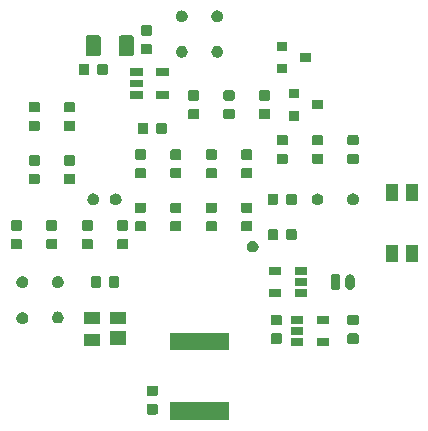
<source format=gbr>
G04 #@! TF.GenerationSoftware,KiCad,Pcbnew,5.1.4*
G04 #@! TF.CreationDate,2019-11-28T00:41:57+01:00*
G04 #@! TF.ProjectId,SICKWATCH1,5349434b-5741-4544-9348-312e6b696361,rev?*
G04 #@! TF.SameCoordinates,Original*
G04 #@! TF.FileFunction,Soldermask,Bot*
G04 #@! TF.FilePolarity,Negative*
%FSLAX46Y46*%
G04 Gerber Fmt 4.6, Leading zero omitted, Abs format (unit mm)*
G04 Created by KiCad (PCBNEW 5.1.4) date 2019-11-28 00:41:57*
%MOMM*%
%LPD*%
G04 APERTURE LIST*
%ADD10C,0.100000*%
G04 APERTURE END LIST*
D10*
G36*
X102500000Y-116700000D02*
G01*
X97500000Y-116700000D01*
X97500000Y-115200000D01*
X102500000Y-115200000D01*
X102500000Y-116700000D01*
X102500000Y-116700000D01*
G37*
G36*
X96349116Y-115353595D02*
G01*
X96378311Y-115362452D01*
X96405223Y-115376837D01*
X96428808Y-115396192D01*
X96448163Y-115419777D01*
X96462548Y-115446689D01*
X96471405Y-115475884D01*
X96475000Y-115512390D01*
X96475000Y-116062610D01*
X96471405Y-116099116D01*
X96462548Y-116128311D01*
X96448163Y-116155223D01*
X96428808Y-116178808D01*
X96405223Y-116198163D01*
X96378311Y-116212548D01*
X96349116Y-116221405D01*
X96312610Y-116225000D01*
X95687390Y-116225000D01*
X95650884Y-116221405D01*
X95621689Y-116212548D01*
X95594777Y-116198163D01*
X95571192Y-116178808D01*
X95551837Y-116155223D01*
X95537452Y-116128311D01*
X95528595Y-116099116D01*
X95525000Y-116062610D01*
X95525000Y-115512390D01*
X95528595Y-115475884D01*
X95537452Y-115446689D01*
X95551837Y-115419777D01*
X95571192Y-115396192D01*
X95594777Y-115376837D01*
X95621689Y-115362452D01*
X95650884Y-115353595D01*
X95687390Y-115350000D01*
X96312610Y-115350000D01*
X96349116Y-115353595D01*
X96349116Y-115353595D01*
G37*
G36*
X96349116Y-113778595D02*
G01*
X96378311Y-113787452D01*
X96405223Y-113801837D01*
X96428808Y-113821192D01*
X96448163Y-113844777D01*
X96462548Y-113871689D01*
X96471405Y-113900884D01*
X96475000Y-113937390D01*
X96475000Y-114487610D01*
X96471405Y-114524116D01*
X96462548Y-114553311D01*
X96448163Y-114580223D01*
X96428808Y-114603808D01*
X96405223Y-114623163D01*
X96378311Y-114637548D01*
X96349116Y-114646405D01*
X96312610Y-114650000D01*
X95687390Y-114650000D01*
X95650884Y-114646405D01*
X95621689Y-114637548D01*
X95594777Y-114623163D01*
X95571192Y-114603808D01*
X95551837Y-114580223D01*
X95537452Y-114553311D01*
X95528595Y-114524116D01*
X95525000Y-114487610D01*
X95525000Y-113937390D01*
X95528595Y-113900884D01*
X95537452Y-113871689D01*
X95551837Y-113844777D01*
X95571192Y-113821192D01*
X95594777Y-113801837D01*
X95621689Y-113787452D01*
X95650884Y-113778595D01*
X95687390Y-113775000D01*
X96312610Y-113775000D01*
X96349116Y-113778595D01*
X96349116Y-113778595D01*
G37*
G36*
X102500000Y-110800000D02*
G01*
X97500000Y-110800000D01*
X97500000Y-109300000D01*
X102500000Y-109300000D01*
X102500000Y-110800000D01*
X102500000Y-110800000D01*
G37*
G36*
X91600000Y-110450000D02*
G01*
X90200000Y-110450000D01*
X90200000Y-109450000D01*
X91600000Y-109450000D01*
X91600000Y-110450000D01*
X91600000Y-110450000D01*
G37*
G36*
X111000000Y-110425000D02*
G01*
X109940000Y-110425000D01*
X109940000Y-109775000D01*
X111000000Y-109775000D01*
X111000000Y-110425000D01*
X111000000Y-110425000D01*
G37*
G36*
X108800000Y-110425000D02*
G01*
X107740000Y-110425000D01*
X107740000Y-109775000D01*
X108800000Y-109775000D01*
X108800000Y-110425000D01*
X108800000Y-110425000D01*
G37*
G36*
X93800000Y-110370000D02*
G01*
X92400000Y-110370000D01*
X92400000Y-109170000D01*
X93800000Y-109170000D01*
X93800000Y-110370000D01*
X93800000Y-110370000D01*
G37*
G36*
X106849116Y-109353595D02*
G01*
X106878311Y-109362452D01*
X106905223Y-109376837D01*
X106928808Y-109396192D01*
X106948163Y-109419777D01*
X106962548Y-109446689D01*
X106971405Y-109475884D01*
X106975000Y-109512390D01*
X106975000Y-110062610D01*
X106971405Y-110099116D01*
X106962548Y-110128311D01*
X106948163Y-110155223D01*
X106928808Y-110178808D01*
X106905223Y-110198163D01*
X106878311Y-110212548D01*
X106849116Y-110221405D01*
X106812610Y-110225000D01*
X106187390Y-110225000D01*
X106150884Y-110221405D01*
X106121689Y-110212548D01*
X106094777Y-110198163D01*
X106071192Y-110178808D01*
X106051837Y-110155223D01*
X106037452Y-110128311D01*
X106028595Y-110099116D01*
X106025000Y-110062610D01*
X106025000Y-109512390D01*
X106028595Y-109475884D01*
X106037452Y-109446689D01*
X106051837Y-109419777D01*
X106071192Y-109396192D01*
X106094777Y-109376837D01*
X106121689Y-109362452D01*
X106150884Y-109353595D01*
X106187390Y-109350000D01*
X106812610Y-109350000D01*
X106849116Y-109353595D01*
X106849116Y-109353595D01*
G37*
G36*
X113349116Y-109353595D02*
G01*
X113378311Y-109362452D01*
X113405223Y-109376837D01*
X113428808Y-109396192D01*
X113448163Y-109419777D01*
X113462548Y-109446689D01*
X113471405Y-109475884D01*
X113475000Y-109512390D01*
X113475000Y-110062610D01*
X113471405Y-110099116D01*
X113462548Y-110128311D01*
X113448163Y-110155223D01*
X113428808Y-110178808D01*
X113405223Y-110198163D01*
X113378311Y-110212548D01*
X113349116Y-110221405D01*
X113312610Y-110225000D01*
X112687390Y-110225000D01*
X112650884Y-110221405D01*
X112621689Y-110212548D01*
X112594777Y-110198163D01*
X112571192Y-110178808D01*
X112551837Y-110155223D01*
X112537452Y-110128311D01*
X112528595Y-110099116D01*
X112525000Y-110062610D01*
X112525000Y-109512390D01*
X112528595Y-109475884D01*
X112537452Y-109446689D01*
X112551837Y-109419777D01*
X112571192Y-109396192D01*
X112594777Y-109376837D01*
X112621689Y-109362452D01*
X112650884Y-109353595D01*
X112687390Y-109350000D01*
X113312610Y-109350000D01*
X113349116Y-109353595D01*
X113349116Y-109353595D01*
G37*
G36*
X108800000Y-109475000D02*
G01*
X107740000Y-109475000D01*
X107740000Y-108825000D01*
X108800000Y-108825000D01*
X108800000Y-109475000D01*
X108800000Y-109475000D01*
G37*
G36*
X106849116Y-107778595D02*
G01*
X106878311Y-107787452D01*
X106905223Y-107801837D01*
X106928808Y-107821192D01*
X106948163Y-107844777D01*
X106962548Y-107871689D01*
X106971405Y-107900884D01*
X106975000Y-107937390D01*
X106975000Y-108487610D01*
X106971405Y-108524116D01*
X106962548Y-108553311D01*
X106948163Y-108580223D01*
X106928808Y-108603808D01*
X106905223Y-108623163D01*
X106878311Y-108637548D01*
X106849116Y-108646405D01*
X106812610Y-108650000D01*
X106187390Y-108650000D01*
X106150884Y-108646405D01*
X106121689Y-108637548D01*
X106094777Y-108623163D01*
X106071192Y-108603808D01*
X106051837Y-108580223D01*
X106037452Y-108553311D01*
X106028595Y-108524116D01*
X106025000Y-108487610D01*
X106025000Y-107937390D01*
X106028595Y-107900884D01*
X106037452Y-107871689D01*
X106051837Y-107844777D01*
X106071192Y-107821192D01*
X106094777Y-107801837D01*
X106121689Y-107787452D01*
X106150884Y-107778595D01*
X106187390Y-107775000D01*
X106812610Y-107775000D01*
X106849116Y-107778595D01*
X106849116Y-107778595D01*
G37*
G36*
X113349116Y-107778595D02*
G01*
X113378311Y-107787452D01*
X113405223Y-107801837D01*
X113428808Y-107821192D01*
X113448163Y-107844777D01*
X113462548Y-107871689D01*
X113471405Y-107900884D01*
X113475000Y-107937390D01*
X113475000Y-108487610D01*
X113471405Y-108524116D01*
X113462548Y-108553311D01*
X113448163Y-108580223D01*
X113428808Y-108603808D01*
X113405223Y-108623163D01*
X113378311Y-108637548D01*
X113349116Y-108646405D01*
X113312610Y-108650000D01*
X112687390Y-108650000D01*
X112650884Y-108646405D01*
X112621689Y-108637548D01*
X112594777Y-108623163D01*
X112571192Y-108603808D01*
X112551837Y-108580223D01*
X112537452Y-108553311D01*
X112528595Y-108524116D01*
X112525000Y-108487610D01*
X112525000Y-107937390D01*
X112528595Y-107900884D01*
X112537452Y-107871689D01*
X112551837Y-107844777D01*
X112571192Y-107821192D01*
X112594777Y-107801837D01*
X112621689Y-107787452D01*
X112650884Y-107778595D01*
X112687390Y-107775000D01*
X113312610Y-107775000D01*
X113349116Y-107778595D01*
X113349116Y-107778595D01*
G37*
G36*
X91600000Y-108550000D02*
G01*
X90200000Y-108550000D01*
X90200000Y-107550000D01*
X91600000Y-107550000D01*
X91600000Y-108550000D01*
X91600000Y-108550000D01*
G37*
G36*
X93800000Y-108550000D02*
G01*
X92400000Y-108550000D01*
X92400000Y-107550000D01*
X93800000Y-107550000D01*
X93800000Y-108550000D01*
X93800000Y-108550000D01*
G37*
G36*
X85145843Y-107569214D02*
G01*
X85145846Y-107569215D01*
X85145845Y-107569215D01*
X85236839Y-107606906D01*
X85318731Y-107661625D01*
X85388375Y-107731269D01*
X85442229Y-107811866D01*
X85443095Y-107813163D01*
X85480786Y-107904157D01*
X85500000Y-108000753D01*
X85500000Y-108099247D01*
X85480786Y-108195843D01*
X85480785Y-108195845D01*
X85443094Y-108286839D01*
X85388375Y-108368731D01*
X85318731Y-108438375D01*
X85236839Y-108493094D01*
X85236838Y-108493095D01*
X85236837Y-108493095D01*
X85145843Y-108530786D01*
X85049247Y-108550000D01*
X84950753Y-108550000D01*
X84854157Y-108530786D01*
X84763163Y-108493095D01*
X84763162Y-108493095D01*
X84763161Y-108493094D01*
X84681269Y-108438375D01*
X84611625Y-108368731D01*
X84556906Y-108286839D01*
X84519215Y-108195845D01*
X84519214Y-108195843D01*
X84500000Y-108099247D01*
X84500000Y-108000753D01*
X84519214Y-107904157D01*
X84556905Y-107813163D01*
X84557772Y-107811866D01*
X84611625Y-107731269D01*
X84681269Y-107661625D01*
X84763161Y-107606906D01*
X84854155Y-107569215D01*
X84854154Y-107569215D01*
X84854157Y-107569214D01*
X84950753Y-107550000D01*
X85049247Y-107550000D01*
X85145843Y-107569214D01*
X85145843Y-107569214D01*
G37*
G36*
X111000000Y-108525000D02*
G01*
X109940000Y-108525000D01*
X109940000Y-107875000D01*
X111000000Y-107875000D01*
X111000000Y-108525000D01*
X111000000Y-108525000D01*
G37*
G36*
X108800000Y-108525000D02*
G01*
X107740000Y-108525000D01*
X107740000Y-107875000D01*
X108800000Y-107875000D01*
X108800000Y-108525000D01*
X108800000Y-108525000D01*
G37*
G36*
X88145843Y-107519214D02*
G01*
X88236837Y-107556905D01*
X88236839Y-107556906D01*
X88278063Y-107584451D01*
X88318730Y-107611624D01*
X88388376Y-107681270D01*
X88443095Y-107763163D01*
X88480786Y-107854157D01*
X88500000Y-107950753D01*
X88500000Y-108049247D01*
X88480786Y-108145843D01*
X88480785Y-108145845D01*
X88443094Y-108236839D01*
X88388375Y-108318731D01*
X88318731Y-108388375D01*
X88236839Y-108443094D01*
X88236838Y-108443095D01*
X88236837Y-108443095D01*
X88145843Y-108480786D01*
X88049247Y-108500000D01*
X87950753Y-108500000D01*
X87854157Y-108480786D01*
X87763163Y-108443095D01*
X87763162Y-108443095D01*
X87763161Y-108443094D01*
X87681269Y-108388375D01*
X87611625Y-108318731D01*
X87556906Y-108236839D01*
X87519215Y-108145845D01*
X87519214Y-108145843D01*
X87500000Y-108049247D01*
X87500000Y-107950753D01*
X87519214Y-107854157D01*
X87556905Y-107763163D01*
X87611624Y-107681270D01*
X87681270Y-107611624D01*
X87721937Y-107584451D01*
X87763161Y-107556906D01*
X87763163Y-107556905D01*
X87854157Y-107519214D01*
X87950753Y-107500000D01*
X88049247Y-107500000D01*
X88145843Y-107519214D01*
X88145843Y-107519214D01*
G37*
G36*
X109130000Y-106275000D02*
G01*
X108070000Y-106275000D01*
X108070000Y-105625000D01*
X109130000Y-105625000D01*
X109130000Y-106275000D01*
X109130000Y-106275000D01*
G37*
G36*
X106930000Y-106275000D02*
G01*
X105870000Y-106275000D01*
X105870000Y-105625000D01*
X106930000Y-105625000D01*
X106930000Y-106275000D01*
X106930000Y-106275000D01*
G37*
G36*
X112828413Y-104355788D02*
G01*
X112903813Y-104378660D01*
X112959787Y-104408579D01*
X112973304Y-104415804D01*
X113028122Y-104460792D01*
X113034211Y-104465789D01*
X113084197Y-104526697D01*
X113121340Y-104596186D01*
X113144212Y-104671586D01*
X113150000Y-104730353D01*
X113150000Y-105269647D01*
X113144212Y-105328414D01*
X113121340Y-105403814D01*
X113084197Y-105473303D01*
X113034211Y-105534211D01*
X112973303Y-105584197D01*
X112903814Y-105621340D01*
X112828414Y-105644212D01*
X112750000Y-105651935D01*
X112671587Y-105644212D01*
X112596187Y-105621340D01*
X112526698Y-105584197D01*
X112465790Y-105534211D01*
X112415804Y-105473303D01*
X112378661Y-105403814D01*
X112355789Y-105328414D01*
X112352885Y-105298926D01*
X112350000Y-105269645D01*
X112350000Y-104730354D01*
X112354232Y-104687390D01*
X112355788Y-104671587D01*
X112378660Y-104596187D01*
X112415803Y-104526698D01*
X112415804Y-104526696D01*
X112465789Y-104465789D01*
X112526696Y-104415804D01*
X112526695Y-104415804D01*
X112526697Y-104415803D01*
X112596186Y-104378660D01*
X112671586Y-104355788D01*
X112750000Y-104348065D01*
X112828413Y-104355788D01*
X112828413Y-104355788D01*
G37*
G36*
X111789208Y-104353235D02*
G01*
X111814886Y-104361025D01*
X111838557Y-104373677D01*
X111859300Y-104390700D01*
X111876323Y-104411443D01*
X111888975Y-104435114D01*
X111896765Y-104460792D01*
X111900000Y-104493640D01*
X111900000Y-105506360D01*
X111896765Y-105539208D01*
X111888975Y-105564886D01*
X111876323Y-105588557D01*
X111859300Y-105609300D01*
X111838557Y-105626323D01*
X111814886Y-105638975D01*
X111789208Y-105646765D01*
X111756360Y-105650000D01*
X111243640Y-105650000D01*
X111210792Y-105646765D01*
X111185114Y-105638975D01*
X111161443Y-105626323D01*
X111140700Y-105609300D01*
X111123677Y-105588557D01*
X111111025Y-105564886D01*
X111103235Y-105539208D01*
X111100000Y-105506360D01*
X111100000Y-104493640D01*
X111103235Y-104460792D01*
X111111025Y-104435114D01*
X111123677Y-104411443D01*
X111140700Y-104390700D01*
X111161443Y-104373677D01*
X111185114Y-104361025D01*
X111210792Y-104353235D01*
X111243640Y-104350000D01*
X111756360Y-104350000D01*
X111789208Y-104353235D01*
X111789208Y-104353235D01*
G37*
G36*
X88145843Y-104519214D02*
G01*
X88236837Y-104556905D01*
X88236839Y-104556906D01*
X88244262Y-104561866D01*
X88318730Y-104611624D01*
X88388376Y-104681270D01*
X88443095Y-104763163D01*
X88480786Y-104854157D01*
X88500000Y-104950753D01*
X88500000Y-105049247D01*
X88480786Y-105145843D01*
X88480785Y-105145845D01*
X88443094Y-105236839D01*
X88421172Y-105269647D01*
X88388376Y-105318730D01*
X88318730Y-105388376D01*
X88284975Y-105410930D01*
X88236839Y-105443094D01*
X88236838Y-105443095D01*
X88236837Y-105443095D01*
X88145843Y-105480786D01*
X88049247Y-105500000D01*
X87950753Y-105500000D01*
X87854157Y-105480786D01*
X87763163Y-105443095D01*
X87763162Y-105443095D01*
X87763161Y-105443094D01*
X87715025Y-105410930D01*
X87681270Y-105388376D01*
X87611624Y-105318730D01*
X87578828Y-105269647D01*
X87556906Y-105236839D01*
X87519215Y-105145845D01*
X87519214Y-105145843D01*
X87500000Y-105049247D01*
X87500000Y-104950753D01*
X87519214Y-104854157D01*
X87556905Y-104763163D01*
X87611624Y-104681270D01*
X87681270Y-104611624D01*
X87755738Y-104561866D01*
X87763161Y-104556906D01*
X87763163Y-104556905D01*
X87854157Y-104519214D01*
X87950753Y-104500000D01*
X88049247Y-104500000D01*
X88145843Y-104519214D01*
X88145843Y-104519214D01*
G37*
G36*
X85145843Y-104519214D02*
G01*
X85236837Y-104556905D01*
X85236839Y-104556906D01*
X85244262Y-104561866D01*
X85318730Y-104611624D01*
X85388376Y-104681270D01*
X85443095Y-104763163D01*
X85480786Y-104854157D01*
X85500000Y-104950753D01*
X85500000Y-105049247D01*
X85480786Y-105145843D01*
X85480785Y-105145845D01*
X85443094Y-105236839D01*
X85421172Y-105269647D01*
X85388376Y-105318730D01*
X85318730Y-105388376D01*
X85284975Y-105410930D01*
X85236839Y-105443094D01*
X85236838Y-105443095D01*
X85236837Y-105443095D01*
X85145843Y-105480786D01*
X85049247Y-105500000D01*
X84950753Y-105500000D01*
X84854157Y-105480786D01*
X84763163Y-105443095D01*
X84763162Y-105443095D01*
X84763161Y-105443094D01*
X84715025Y-105410930D01*
X84681270Y-105388376D01*
X84611624Y-105318730D01*
X84578828Y-105269647D01*
X84556906Y-105236839D01*
X84519215Y-105145845D01*
X84519214Y-105145843D01*
X84500000Y-105049247D01*
X84500000Y-104950753D01*
X84519214Y-104854157D01*
X84556905Y-104763163D01*
X84611624Y-104681270D01*
X84681270Y-104611624D01*
X84755738Y-104561866D01*
X84763161Y-104556906D01*
X84763163Y-104556905D01*
X84854157Y-104519214D01*
X84950753Y-104500000D01*
X85049247Y-104500000D01*
X85145843Y-104519214D01*
X85145843Y-104519214D01*
G37*
G36*
X91524116Y-104528595D02*
G01*
X91553311Y-104537452D01*
X91580223Y-104551837D01*
X91603808Y-104571192D01*
X91623163Y-104594777D01*
X91637548Y-104621689D01*
X91646405Y-104650884D01*
X91650000Y-104687390D01*
X91650000Y-105312610D01*
X91646405Y-105349116D01*
X91637548Y-105378311D01*
X91623163Y-105405223D01*
X91603808Y-105428808D01*
X91580223Y-105448163D01*
X91553311Y-105462548D01*
X91524116Y-105471405D01*
X91487610Y-105475000D01*
X90937390Y-105475000D01*
X90900884Y-105471405D01*
X90871689Y-105462548D01*
X90844777Y-105448163D01*
X90821192Y-105428808D01*
X90801837Y-105405223D01*
X90787452Y-105378311D01*
X90778595Y-105349116D01*
X90775000Y-105312610D01*
X90775000Y-104687390D01*
X90778595Y-104650884D01*
X90787452Y-104621689D01*
X90801837Y-104594777D01*
X90821192Y-104571192D01*
X90844777Y-104551837D01*
X90871689Y-104537452D01*
X90900884Y-104528595D01*
X90937390Y-104525000D01*
X91487610Y-104525000D01*
X91524116Y-104528595D01*
X91524116Y-104528595D01*
G37*
G36*
X93099116Y-104528595D02*
G01*
X93128311Y-104537452D01*
X93155223Y-104551837D01*
X93178808Y-104571192D01*
X93198163Y-104594777D01*
X93212548Y-104621689D01*
X93221405Y-104650884D01*
X93225000Y-104687390D01*
X93225000Y-105312610D01*
X93221405Y-105349116D01*
X93212548Y-105378311D01*
X93198163Y-105405223D01*
X93178808Y-105428808D01*
X93155223Y-105448163D01*
X93128311Y-105462548D01*
X93099116Y-105471405D01*
X93062610Y-105475000D01*
X92512390Y-105475000D01*
X92475884Y-105471405D01*
X92446689Y-105462548D01*
X92419777Y-105448163D01*
X92396192Y-105428808D01*
X92376837Y-105405223D01*
X92362452Y-105378311D01*
X92353595Y-105349116D01*
X92350000Y-105312610D01*
X92350000Y-104687390D01*
X92353595Y-104650884D01*
X92362452Y-104621689D01*
X92376837Y-104594777D01*
X92396192Y-104571192D01*
X92419777Y-104551837D01*
X92446689Y-104537452D01*
X92475884Y-104528595D01*
X92512390Y-104525000D01*
X93062610Y-104525000D01*
X93099116Y-104528595D01*
X93099116Y-104528595D01*
G37*
G36*
X109130000Y-105325000D02*
G01*
X108070000Y-105325000D01*
X108070000Y-104675000D01*
X109130000Y-104675000D01*
X109130000Y-105325000D01*
X109130000Y-105325000D01*
G37*
G36*
X109130000Y-104375000D02*
G01*
X108070000Y-104375000D01*
X108070000Y-103725000D01*
X109130000Y-103725000D01*
X109130000Y-104375000D01*
X109130000Y-104375000D01*
G37*
G36*
X106930000Y-104375000D02*
G01*
X105870000Y-104375000D01*
X105870000Y-103725000D01*
X106930000Y-103725000D01*
X106930000Y-104375000D01*
X106930000Y-104375000D01*
G37*
G36*
X116775000Y-103300000D02*
G01*
X115775000Y-103300000D01*
X115775000Y-101850000D01*
X116775000Y-101850000D01*
X116775000Y-103300000D01*
X116775000Y-103300000D01*
G37*
G36*
X118475000Y-103300000D02*
G01*
X117475000Y-103300000D01*
X117475000Y-101850000D01*
X118475000Y-101850000D01*
X118475000Y-103300000D01*
X118475000Y-103300000D01*
G37*
G36*
X104645843Y-101519214D02*
G01*
X104645846Y-101519215D01*
X104645845Y-101519215D01*
X104736839Y-101556906D01*
X104778063Y-101584451D01*
X104818730Y-101611624D01*
X104888376Y-101681270D01*
X104943095Y-101763163D01*
X104980786Y-101854157D01*
X105000000Y-101950753D01*
X105000000Y-102049247D01*
X104980786Y-102145843D01*
X104974537Y-102160930D01*
X104943094Y-102236839D01*
X104888375Y-102318731D01*
X104818731Y-102388375D01*
X104736839Y-102443094D01*
X104736838Y-102443095D01*
X104736837Y-102443095D01*
X104645843Y-102480786D01*
X104549247Y-102500000D01*
X104450753Y-102500000D01*
X104354157Y-102480786D01*
X104263163Y-102443095D01*
X104263162Y-102443095D01*
X104263161Y-102443094D01*
X104181269Y-102388375D01*
X104111625Y-102318731D01*
X104056906Y-102236839D01*
X104025463Y-102160930D01*
X104019214Y-102145843D01*
X104000000Y-102049247D01*
X104000000Y-101950753D01*
X104019214Y-101854157D01*
X104056905Y-101763163D01*
X104111624Y-101681270D01*
X104181270Y-101611624D01*
X104221937Y-101584451D01*
X104263161Y-101556906D01*
X104354155Y-101519215D01*
X104354154Y-101519215D01*
X104354157Y-101519214D01*
X104450753Y-101500000D01*
X104549247Y-101500000D01*
X104645843Y-101519214D01*
X104645843Y-101519214D01*
G37*
G36*
X93849116Y-101353595D02*
G01*
X93878311Y-101362452D01*
X93905223Y-101376837D01*
X93928808Y-101396192D01*
X93948163Y-101419777D01*
X93962548Y-101446689D01*
X93971405Y-101475884D01*
X93975000Y-101512390D01*
X93975000Y-102062610D01*
X93971405Y-102099116D01*
X93962548Y-102128311D01*
X93948163Y-102155223D01*
X93928808Y-102178808D01*
X93905223Y-102198163D01*
X93878311Y-102212548D01*
X93849116Y-102221405D01*
X93812610Y-102225000D01*
X93187390Y-102225000D01*
X93150884Y-102221405D01*
X93121689Y-102212548D01*
X93094777Y-102198163D01*
X93071192Y-102178808D01*
X93051837Y-102155223D01*
X93037452Y-102128311D01*
X93028595Y-102099116D01*
X93025000Y-102062610D01*
X93025000Y-101512390D01*
X93028595Y-101475884D01*
X93037452Y-101446689D01*
X93051837Y-101419777D01*
X93071192Y-101396192D01*
X93094777Y-101376837D01*
X93121689Y-101362452D01*
X93150884Y-101353595D01*
X93187390Y-101350000D01*
X93812610Y-101350000D01*
X93849116Y-101353595D01*
X93849116Y-101353595D01*
G37*
G36*
X90849116Y-101353595D02*
G01*
X90878311Y-101362452D01*
X90905223Y-101376837D01*
X90928808Y-101396192D01*
X90948163Y-101419777D01*
X90962548Y-101446689D01*
X90971405Y-101475884D01*
X90975000Y-101512390D01*
X90975000Y-102062610D01*
X90971405Y-102099116D01*
X90962548Y-102128311D01*
X90948163Y-102155223D01*
X90928808Y-102178808D01*
X90905223Y-102198163D01*
X90878311Y-102212548D01*
X90849116Y-102221405D01*
X90812610Y-102225000D01*
X90187390Y-102225000D01*
X90150884Y-102221405D01*
X90121689Y-102212548D01*
X90094777Y-102198163D01*
X90071192Y-102178808D01*
X90051837Y-102155223D01*
X90037452Y-102128311D01*
X90028595Y-102099116D01*
X90025000Y-102062610D01*
X90025000Y-101512390D01*
X90028595Y-101475884D01*
X90037452Y-101446689D01*
X90051837Y-101419777D01*
X90071192Y-101396192D01*
X90094777Y-101376837D01*
X90121689Y-101362452D01*
X90150884Y-101353595D01*
X90187390Y-101350000D01*
X90812610Y-101350000D01*
X90849116Y-101353595D01*
X90849116Y-101353595D01*
G37*
G36*
X87849116Y-101353595D02*
G01*
X87878311Y-101362452D01*
X87905223Y-101376837D01*
X87928808Y-101396192D01*
X87948163Y-101419777D01*
X87962548Y-101446689D01*
X87971405Y-101475884D01*
X87975000Y-101512390D01*
X87975000Y-102062610D01*
X87971405Y-102099116D01*
X87962548Y-102128311D01*
X87948163Y-102155223D01*
X87928808Y-102178808D01*
X87905223Y-102198163D01*
X87878311Y-102212548D01*
X87849116Y-102221405D01*
X87812610Y-102225000D01*
X87187390Y-102225000D01*
X87150884Y-102221405D01*
X87121689Y-102212548D01*
X87094777Y-102198163D01*
X87071192Y-102178808D01*
X87051837Y-102155223D01*
X87037452Y-102128311D01*
X87028595Y-102099116D01*
X87025000Y-102062610D01*
X87025000Y-101512390D01*
X87028595Y-101475884D01*
X87037452Y-101446689D01*
X87051837Y-101419777D01*
X87071192Y-101396192D01*
X87094777Y-101376837D01*
X87121689Y-101362452D01*
X87150884Y-101353595D01*
X87187390Y-101350000D01*
X87812610Y-101350000D01*
X87849116Y-101353595D01*
X87849116Y-101353595D01*
G37*
G36*
X84849116Y-101353595D02*
G01*
X84878311Y-101362452D01*
X84905223Y-101376837D01*
X84928808Y-101396192D01*
X84948163Y-101419777D01*
X84962548Y-101446689D01*
X84971405Y-101475884D01*
X84975000Y-101512390D01*
X84975000Y-102062610D01*
X84971405Y-102099116D01*
X84962548Y-102128311D01*
X84948163Y-102155223D01*
X84928808Y-102178808D01*
X84905223Y-102198163D01*
X84878311Y-102212548D01*
X84849116Y-102221405D01*
X84812610Y-102225000D01*
X84187390Y-102225000D01*
X84150884Y-102221405D01*
X84121689Y-102212548D01*
X84094777Y-102198163D01*
X84071192Y-102178808D01*
X84051837Y-102155223D01*
X84037452Y-102128311D01*
X84028595Y-102099116D01*
X84025000Y-102062610D01*
X84025000Y-101512390D01*
X84028595Y-101475884D01*
X84037452Y-101446689D01*
X84051837Y-101419777D01*
X84071192Y-101396192D01*
X84094777Y-101376837D01*
X84121689Y-101362452D01*
X84150884Y-101353595D01*
X84187390Y-101350000D01*
X84812610Y-101350000D01*
X84849116Y-101353595D01*
X84849116Y-101353595D01*
G37*
G36*
X106524116Y-100528595D02*
G01*
X106553311Y-100537452D01*
X106580223Y-100551837D01*
X106603808Y-100571192D01*
X106623163Y-100594777D01*
X106637548Y-100621689D01*
X106646405Y-100650884D01*
X106650000Y-100687390D01*
X106650000Y-101312610D01*
X106646405Y-101349116D01*
X106637548Y-101378311D01*
X106623163Y-101405223D01*
X106603808Y-101428808D01*
X106580223Y-101448163D01*
X106553311Y-101462548D01*
X106524116Y-101471405D01*
X106487610Y-101475000D01*
X105937390Y-101475000D01*
X105900884Y-101471405D01*
X105871689Y-101462548D01*
X105844777Y-101448163D01*
X105821192Y-101428808D01*
X105801837Y-101405223D01*
X105787452Y-101378311D01*
X105778595Y-101349116D01*
X105775000Y-101312610D01*
X105775000Y-100687390D01*
X105778595Y-100650884D01*
X105787452Y-100621689D01*
X105801837Y-100594777D01*
X105821192Y-100571192D01*
X105844777Y-100551837D01*
X105871689Y-100537452D01*
X105900884Y-100528595D01*
X105937390Y-100525000D01*
X106487610Y-100525000D01*
X106524116Y-100528595D01*
X106524116Y-100528595D01*
G37*
G36*
X108099116Y-100528595D02*
G01*
X108128311Y-100537452D01*
X108155223Y-100551837D01*
X108178808Y-100571192D01*
X108198163Y-100594777D01*
X108212548Y-100621689D01*
X108221405Y-100650884D01*
X108225000Y-100687390D01*
X108225000Y-101312610D01*
X108221405Y-101349116D01*
X108212548Y-101378311D01*
X108198163Y-101405223D01*
X108178808Y-101428808D01*
X108155223Y-101448163D01*
X108128311Y-101462548D01*
X108099116Y-101471405D01*
X108062610Y-101475000D01*
X107512390Y-101475000D01*
X107475884Y-101471405D01*
X107446689Y-101462548D01*
X107419777Y-101448163D01*
X107396192Y-101428808D01*
X107376837Y-101405223D01*
X107362452Y-101378311D01*
X107353595Y-101349116D01*
X107350000Y-101312610D01*
X107350000Y-100687390D01*
X107353595Y-100650884D01*
X107362452Y-100621689D01*
X107376837Y-100594777D01*
X107396192Y-100571192D01*
X107419777Y-100551837D01*
X107446689Y-100537452D01*
X107475884Y-100528595D01*
X107512390Y-100525000D01*
X108062610Y-100525000D01*
X108099116Y-100528595D01*
X108099116Y-100528595D01*
G37*
G36*
X95349116Y-99853595D02*
G01*
X95378311Y-99862452D01*
X95405223Y-99876837D01*
X95428808Y-99896192D01*
X95448163Y-99919777D01*
X95462548Y-99946689D01*
X95471405Y-99975884D01*
X95475000Y-100012390D01*
X95475000Y-100562610D01*
X95471405Y-100599116D01*
X95462548Y-100628311D01*
X95448163Y-100655223D01*
X95428808Y-100678808D01*
X95405223Y-100698163D01*
X95378311Y-100712548D01*
X95349116Y-100721405D01*
X95312610Y-100725000D01*
X94687390Y-100725000D01*
X94650884Y-100721405D01*
X94621689Y-100712548D01*
X94594777Y-100698163D01*
X94571192Y-100678808D01*
X94551837Y-100655223D01*
X94537452Y-100628311D01*
X94528595Y-100599116D01*
X94525000Y-100562610D01*
X94525000Y-100012390D01*
X94528595Y-99975884D01*
X94537452Y-99946689D01*
X94551837Y-99919777D01*
X94571192Y-99896192D01*
X94594777Y-99876837D01*
X94621689Y-99862452D01*
X94650884Y-99853595D01*
X94687390Y-99850000D01*
X95312610Y-99850000D01*
X95349116Y-99853595D01*
X95349116Y-99853595D01*
G37*
G36*
X98349116Y-99853595D02*
G01*
X98378311Y-99862452D01*
X98405223Y-99876837D01*
X98428808Y-99896192D01*
X98448163Y-99919777D01*
X98462548Y-99946689D01*
X98471405Y-99975884D01*
X98475000Y-100012390D01*
X98475000Y-100562610D01*
X98471405Y-100599116D01*
X98462548Y-100628311D01*
X98448163Y-100655223D01*
X98428808Y-100678808D01*
X98405223Y-100698163D01*
X98378311Y-100712548D01*
X98349116Y-100721405D01*
X98312610Y-100725000D01*
X97687390Y-100725000D01*
X97650884Y-100721405D01*
X97621689Y-100712548D01*
X97594777Y-100698163D01*
X97571192Y-100678808D01*
X97551837Y-100655223D01*
X97537452Y-100628311D01*
X97528595Y-100599116D01*
X97525000Y-100562610D01*
X97525000Y-100012390D01*
X97528595Y-99975884D01*
X97537452Y-99946689D01*
X97551837Y-99919777D01*
X97571192Y-99896192D01*
X97594777Y-99876837D01*
X97621689Y-99862452D01*
X97650884Y-99853595D01*
X97687390Y-99850000D01*
X98312610Y-99850000D01*
X98349116Y-99853595D01*
X98349116Y-99853595D01*
G37*
G36*
X101349116Y-99853595D02*
G01*
X101378311Y-99862452D01*
X101405223Y-99876837D01*
X101428808Y-99896192D01*
X101448163Y-99919777D01*
X101462548Y-99946689D01*
X101471405Y-99975884D01*
X101475000Y-100012390D01*
X101475000Y-100562610D01*
X101471405Y-100599116D01*
X101462548Y-100628311D01*
X101448163Y-100655223D01*
X101428808Y-100678808D01*
X101405223Y-100698163D01*
X101378311Y-100712548D01*
X101349116Y-100721405D01*
X101312610Y-100725000D01*
X100687390Y-100725000D01*
X100650884Y-100721405D01*
X100621689Y-100712548D01*
X100594777Y-100698163D01*
X100571192Y-100678808D01*
X100551837Y-100655223D01*
X100537452Y-100628311D01*
X100528595Y-100599116D01*
X100525000Y-100562610D01*
X100525000Y-100012390D01*
X100528595Y-99975884D01*
X100537452Y-99946689D01*
X100551837Y-99919777D01*
X100571192Y-99896192D01*
X100594777Y-99876837D01*
X100621689Y-99862452D01*
X100650884Y-99853595D01*
X100687390Y-99850000D01*
X101312610Y-99850000D01*
X101349116Y-99853595D01*
X101349116Y-99853595D01*
G37*
G36*
X104349116Y-99853595D02*
G01*
X104378311Y-99862452D01*
X104405223Y-99876837D01*
X104428808Y-99896192D01*
X104448163Y-99919777D01*
X104462548Y-99946689D01*
X104471405Y-99975884D01*
X104475000Y-100012390D01*
X104475000Y-100562610D01*
X104471405Y-100599116D01*
X104462548Y-100628311D01*
X104448163Y-100655223D01*
X104428808Y-100678808D01*
X104405223Y-100698163D01*
X104378311Y-100712548D01*
X104349116Y-100721405D01*
X104312610Y-100725000D01*
X103687390Y-100725000D01*
X103650884Y-100721405D01*
X103621689Y-100712548D01*
X103594777Y-100698163D01*
X103571192Y-100678808D01*
X103551837Y-100655223D01*
X103537452Y-100628311D01*
X103528595Y-100599116D01*
X103525000Y-100562610D01*
X103525000Y-100012390D01*
X103528595Y-99975884D01*
X103537452Y-99946689D01*
X103551837Y-99919777D01*
X103571192Y-99896192D01*
X103594777Y-99876837D01*
X103621689Y-99862452D01*
X103650884Y-99853595D01*
X103687390Y-99850000D01*
X104312610Y-99850000D01*
X104349116Y-99853595D01*
X104349116Y-99853595D01*
G37*
G36*
X90849116Y-99778595D02*
G01*
X90878311Y-99787452D01*
X90905223Y-99801837D01*
X90928808Y-99821192D01*
X90948163Y-99844777D01*
X90962548Y-99871689D01*
X90971405Y-99900884D01*
X90975000Y-99937390D01*
X90975000Y-100487610D01*
X90971405Y-100524116D01*
X90962548Y-100553311D01*
X90948163Y-100580223D01*
X90928808Y-100603808D01*
X90905223Y-100623163D01*
X90878311Y-100637548D01*
X90849116Y-100646405D01*
X90812610Y-100650000D01*
X90187390Y-100650000D01*
X90150884Y-100646405D01*
X90121689Y-100637548D01*
X90094777Y-100623163D01*
X90071192Y-100603808D01*
X90051837Y-100580223D01*
X90037452Y-100553311D01*
X90028595Y-100524116D01*
X90025000Y-100487610D01*
X90025000Y-99937390D01*
X90028595Y-99900884D01*
X90037452Y-99871689D01*
X90051837Y-99844777D01*
X90071192Y-99821192D01*
X90094777Y-99801837D01*
X90121689Y-99787452D01*
X90150884Y-99778595D01*
X90187390Y-99775000D01*
X90812610Y-99775000D01*
X90849116Y-99778595D01*
X90849116Y-99778595D01*
G37*
G36*
X93849116Y-99778595D02*
G01*
X93878311Y-99787452D01*
X93905223Y-99801837D01*
X93928808Y-99821192D01*
X93948163Y-99844777D01*
X93962548Y-99871689D01*
X93971405Y-99900884D01*
X93975000Y-99937390D01*
X93975000Y-100487610D01*
X93971405Y-100524116D01*
X93962548Y-100553311D01*
X93948163Y-100580223D01*
X93928808Y-100603808D01*
X93905223Y-100623163D01*
X93878311Y-100637548D01*
X93849116Y-100646405D01*
X93812610Y-100650000D01*
X93187390Y-100650000D01*
X93150884Y-100646405D01*
X93121689Y-100637548D01*
X93094777Y-100623163D01*
X93071192Y-100603808D01*
X93051837Y-100580223D01*
X93037452Y-100553311D01*
X93028595Y-100524116D01*
X93025000Y-100487610D01*
X93025000Y-99937390D01*
X93028595Y-99900884D01*
X93037452Y-99871689D01*
X93051837Y-99844777D01*
X93071192Y-99821192D01*
X93094777Y-99801837D01*
X93121689Y-99787452D01*
X93150884Y-99778595D01*
X93187390Y-99775000D01*
X93812610Y-99775000D01*
X93849116Y-99778595D01*
X93849116Y-99778595D01*
G37*
G36*
X84849116Y-99778595D02*
G01*
X84878311Y-99787452D01*
X84905223Y-99801837D01*
X84928808Y-99821192D01*
X84948163Y-99844777D01*
X84962548Y-99871689D01*
X84971405Y-99900884D01*
X84975000Y-99937390D01*
X84975000Y-100487610D01*
X84971405Y-100524116D01*
X84962548Y-100553311D01*
X84948163Y-100580223D01*
X84928808Y-100603808D01*
X84905223Y-100623163D01*
X84878311Y-100637548D01*
X84849116Y-100646405D01*
X84812610Y-100650000D01*
X84187390Y-100650000D01*
X84150884Y-100646405D01*
X84121689Y-100637548D01*
X84094777Y-100623163D01*
X84071192Y-100603808D01*
X84051837Y-100580223D01*
X84037452Y-100553311D01*
X84028595Y-100524116D01*
X84025000Y-100487610D01*
X84025000Y-99937390D01*
X84028595Y-99900884D01*
X84037452Y-99871689D01*
X84051837Y-99844777D01*
X84071192Y-99821192D01*
X84094777Y-99801837D01*
X84121689Y-99787452D01*
X84150884Y-99778595D01*
X84187390Y-99775000D01*
X84812610Y-99775000D01*
X84849116Y-99778595D01*
X84849116Y-99778595D01*
G37*
G36*
X87849116Y-99778595D02*
G01*
X87878311Y-99787452D01*
X87905223Y-99801837D01*
X87928808Y-99821192D01*
X87948163Y-99844777D01*
X87962548Y-99871689D01*
X87971405Y-99900884D01*
X87975000Y-99937390D01*
X87975000Y-100487610D01*
X87971405Y-100524116D01*
X87962548Y-100553311D01*
X87948163Y-100580223D01*
X87928808Y-100603808D01*
X87905223Y-100623163D01*
X87878311Y-100637548D01*
X87849116Y-100646405D01*
X87812610Y-100650000D01*
X87187390Y-100650000D01*
X87150884Y-100646405D01*
X87121689Y-100637548D01*
X87094777Y-100623163D01*
X87071192Y-100603808D01*
X87051837Y-100580223D01*
X87037452Y-100553311D01*
X87028595Y-100524116D01*
X87025000Y-100487610D01*
X87025000Y-99937390D01*
X87028595Y-99900884D01*
X87037452Y-99871689D01*
X87051837Y-99844777D01*
X87071192Y-99821192D01*
X87094777Y-99801837D01*
X87121689Y-99787452D01*
X87150884Y-99778595D01*
X87187390Y-99775000D01*
X87812610Y-99775000D01*
X87849116Y-99778595D01*
X87849116Y-99778595D01*
G37*
G36*
X104349116Y-98278595D02*
G01*
X104378311Y-98287452D01*
X104405223Y-98301837D01*
X104428808Y-98321192D01*
X104448163Y-98344777D01*
X104462548Y-98371689D01*
X104471405Y-98400884D01*
X104475000Y-98437390D01*
X104475000Y-98987610D01*
X104471405Y-99024116D01*
X104462548Y-99053311D01*
X104448163Y-99080223D01*
X104428808Y-99103808D01*
X104405223Y-99123163D01*
X104378311Y-99137548D01*
X104349116Y-99146405D01*
X104312610Y-99150000D01*
X103687390Y-99150000D01*
X103650884Y-99146405D01*
X103621689Y-99137548D01*
X103594777Y-99123163D01*
X103571192Y-99103808D01*
X103551837Y-99080223D01*
X103537452Y-99053311D01*
X103528595Y-99024116D01*
X103525000Y-98987610D01*
X103525000Y-98437390D01*
X103528595Y-98400884D01*
X103537452Y-98371689D01*
X103551837Y-98344777D01*
X103571192Y-98321192D01*
X103594777Y-98301837D01*
X103621689Y-98287452D01*
X103650884Y-98278595D01*
X103687390Y-98275000D01*
X104312610Y-98275000D01*
X104349116Y-98278595D01*
X104349116Y-98278595D01*
G37*
G36*
X101349116Y-98278595D02*
G01*
X101378311Y-98287452D01*
X101405223Y-98301837D01*
X101428808Y-98321192D01*
X101448163Y-98344777D01*
X101462548Y-98371689D01*
X101471405Y-98400884D01*
X101475000Y-98437390D01*
X101475000Y-98987610D01*
X101471405Y-99024116D01*
X101462548Y-99053311D01*
X101448163Y-99080223D01*
X101428808Y-99103808D01*
X101405223Y-99123163D01*
X101378311Y-99137548D01*
X101349116Y-99146405D01*
X101312610Y-99150000D01*
X100687390Y-99150000D01*
X100650884Y-99146405D01*
X100621689Y-99137548D01*
X100594777Y-99123163D01*
X100571192Y-99103808D01*
X100551837Y-99080223D01*
X100537452Y-99053311D01*
X100528595Y-99024116D01*
X100525000Y-98987610D01*
X100525000Y-98437390D01*
X100528595Y-98400884D01*
X100537452Y-98371689D01*
X100551837Y-98344777D01*
X100571192Y-98321192D01*
X100594777Y-98301837D01*
X100621689Y-98287452D01*
X100650884Y-98278595D01*
X100687390Y-98275000D01*
X101312610Y-98275000D01*
X101349116Y-98278595D01*
X101349116Y-98278595D01*
G37*
G36*
X98349116Y-98278595D02*
G01*
X98378311Y-98287452D01*
X98405223Y-98301837D01*
X98428808Y-98321192D01*
X98448163Y-98344777D01*
X98462548Y-98371689D01*
X98471405Y-98400884D01*
X98475000Y-98437390D01*
X98475000Y-98987610D01*
X98471405Y-99024116D01*
X98462548Y-99053311D01*
X98448163Y-99080223D01*
X98428808Y-99103808D01*
X98405223Y-99123163D01*
X98378311Y-99137548D01*
X98349116Y-99146405D01*
X98312610Y-99150000D01*
X97687390Y-99150000D01*
X97650884Y-99146405D01*
X97621689Y-99137548D01*
X97594777Y-99123163D01*
X97571192Y-99103808D01*
X97551837Y-99080223D01*
X97537452Y-99053311D01*
X97528595Y-99024116D01*
X97525000Y-98987610D01*
X97525000Y-98437390D01*
X97528595Y-98400884D01*
X97537452Y-98371689D01*
X97551837Y-98344777D01*
X97571192Y-98321192D01*
X97594777Y-98301837D01*
X97621689Y-98287452D01*
X97650884Y-98278595D01*
X97687390Y-98275000D01*
X98312610Y-98275000D01*
X98349116Y-98278595D01*
X98349116Y-98278595D01*
G37*
G36*
X95349116Y-98278595D02*
G01*
X95378311Y-98287452D01*
X95405223Y-98301837D01*
X95428808Y-98321192D01*
X95448163Y-98344777D01*
X95462548Y-98371689D01*
X95471405Y-98400884D01*
X95475000Y-98437390D01*
X95475000Y-98987610D01*
X95471405Y-99024116D01*
X95462548Y-99053311D01*
X95448163Y-99080223D01*
X95428808Y-99103808D01*
X95405223Y-99123163D01*
X95378311Y-99137548D01*
X95349116Y-99146405D01*
X95312610Y-99150000D01*
X94687390Y-99150000D01*
X94650884Y-99146405D01*
X94621689Y-99137548D01*
X94594777Y-99123163D01*
X94571192Y-99103808D01*
X94551837Y-99080223D01*
X94537452Y-99053311D01*
X94528595Y-99024116D01*
X94525000Y-98987610D01*
X94525000Y-98437390D01*
X94528595Y-98400884D01*
X94537452Y-98371689D01*
X94551837Y-98344777D01*
X94571192Y-98321192D01*
X94594777Y-98301837D01*
X94621689Y-98287452D01*
X94650884Y-98278595D01*
X94687390Y-98275000D01*
X95312610Y-98275000D01*
X95349116Y-98278595D01*
X95349116Y-98278595D01*
G37*
G36*
X113145843Y-97519214D02*
G01*
X113236837Y-97556905D01*
X113236839Y-97556906D01*
X113244262Y-97561866D01*
X113318730Y-97611624D01*
X113388376Y-97681270D01*
X113443095Y-97763163D01*
X113480786Y-97854157D01*
X113500000Y-97950753D01*
X113500000Y-98049247D01*
X113480786Y-98145843D01*
X113443095Y-98236837D01*
X113388376Y-98318730D01*
X113318730Y-98388376D01*
X113286310Y-98410038D01*
X113236839Y-98443094D01*
X113236838Y-98443095D01*
X113236837Y-98443095D01*
X113145843Y-98480786D01*
X113049247Y-98500000D01*
X112950753Y-98500000D01*
X112854157Y-98480786D01*
X112763163Y-98443095D01*
X112763162Y-98443095D01*
X112763161Y-98443094D01*
X112713690Y-98410038D01*
X112681270Y-98388376D01*
X112611624Y-98318730D01*
X112556905Y-98236837D01*
X112519214Y-98145843D01*
X112500000Y-98049247D01*
X112500000Y-97950753D01*
X112519214Y-97854157D01*
X112556905Y-97763163D01*
X112611624Y-97681270D01*
X112681270Y-97611624D01*
X112755738Y-97561866D01*
X112763161Y-97556906D01*
X112763163Y-97556905D01*
X112854157Y-97519214D01*
X112950753Y-97500000D01*
X113049247Y-97500000D01*
X113145843Y-97519214D01*
X113145843Y-97519214D01*
G37*
G36*
X110145843Y-97519214D02*
G01*
X110236837Y-97556905D01*
X110236839Y-97556906D01*
X110244262Y-97561866D01*
X110318730Y-97611624D01*
X110388376Y-97681270D01*
X110443095Y-97763163D01*
X110480786Y-97854157D01*
X110500000Y-97950753D01*
X110500000Y-98049247D01*
X110480786Y-98145843D01*
X110443095Y-98236837D01*
X110388376Y-98318730D01*
X110318730Y-98388376D01*
X110286310Y-98410038D01*
X110236839Y-98443094D01*
X110236838Y-98443095D01*
X110236837Y-98443095D01*
X110145843Y-98480786D01*
X110049247Y-98500000D01*
X109950753Y-98500000D01*
X109854157Y-98480786D01*
X109763163Y-98443095D01*
X109763162Y-98443095D01*
X109763161Y-98443094D01*
X109713690Y-98410038D01*
X109681270Y-98388376D01*
X109611624Y-98318730D01*
X109556905Y-98236837D01*
X109519214Y-98145843D01*
X109500000Y-98049247D01*
X109500000Y-97950753D01*
X109519214Y-97854157D01*
X109556905Y-97763163D01*
X109611624Y-97681270D01*
X109681270Y-97611624D01*
X109755738Y-97561866D01*
X109763161Y-97556906D01*
X109763163Y-97556905D01*
X109854157Y-97519214D01*
X109950753Y-97500000D01*
X110049247Y-97500000D01*
X110145843Y-97519214D01*
X110145843Y-97519214D01*
G37*
G36*
X93045843Y-97519214D02*
G01*
X93136837Y-97556905D01*
X93136839Y-97556906D01*
X93144262Y-97561866D01*
X93218730Y-97611624D01*
X93288376Y-97681270D01*
X93343095Y-97763163D01*
X93380786Y-97854157D01*
X93400000Y-97950753D01*
X93400000Y-98049247D01*
X93380786Y-98145843D01*
X93343095Y-98236837D01*
X93288376Y-98318730D01*
X93218730Y-98388376D01*
X93186310Y-98410038D01*
X93136839Y-98443094D01*
X93136838Y-98443095D01*
X93136837Y-98443095D01*
X93045843Y-98480786D01*
X92949247Y-98500000D01*
X92850753Y-98500000D01*
X92754157Y-98480786D01*
X92663163Y-98443095D01*
X92663162Y-98443095D01*
X92663161Y-98443094D01*
X92613690Y-98410038D01*
X92581270Y-98388376D01*
X92511624Y-98318730D01*
X92456905Y-98236837D01*
X92419214Y-98145843D01*
X92400000Y-98049247D01*
X92400000Y-97950753D01*
X92419214Y-97854157D01*
X92456905Y-97763163D01*
X92511624Y-97681270D01*
X92581270Y-97611624D01*
X92655738Y-97561866D01*
X92663161Y-97556906D01*
X92663163Y-97556905D01*
X92754157Y-97519214D01*
X92850753Y-97500000D01*
X92949247Y-97500000D01*
X93045843Y-97519214D01*
X93045843Y-97519214D01*
G37*
G36*
X91145843Y-97519214D02*
G01*
X91236837Y-97556905D01*
X91236839Y-97556906D01*
X91244262Y-97561866D01*
X91318730Y-97611624D01*
X91388376Y-97681270D01*
X91443095Y-97763163D01*
X91480786Y-97854157D01*
X91500000Y-97950753D01*
X91500000Y-98049247D01*
X91480786Y-98145843D01*
X91443095Y-98236837D01*
X91388376Y-98318730D01*
X91318730Y-98388376D01*
X91286310Y-98410038D01*
X91236839Y-98443094D01*
X91236838Y-98443095D01*
X91236837Y-98443095D01*
X91145843Y-98480786D01*
X91049247Y-98500000D01*
X90950753Y-98500000D01*
X90854157Y-98480786D01*
X90763163Y-98443095D01*
X90763162Y-98443095D01*
X90763161Y-98443094D01*
X90713690Y-98410038D01*
X90681270Y-98388376D01*
X90611624Y-98318730D01*
X90556905Y-98236837D01*
X90519214Y-98145843D01*
X90500000Y-98049247D01*
X90500000Y-97950753D01*
X90519214Y-97854157D01*
X90556905Y-97763163D01*
X90611624Y-97681270D01*
X90681270Y-97611624D01*
X90755738Y-97561866D01*
X90763161Y-97556906D01*
X90763163Y-97556905D01*
X90854157Y-97519214D01*
X90950753Y-97500000D01*
X91049247Y-97500000D01*
X91145843Y-97519214D01*
X91145843Y-97519214D01*
G37*
G36*
X108099116Y-97528595D02*
G01*
X108128311Y-97537452D01*
X108155223Y-97551837D01*
X108178808Y-97571192D01*
X108198163Y-97594777D01*
X108212548Y-97621689D01*
X108221405Y-97650884D01*
X108225000Y-97687390D01*
X108225000Y-98312610D01*
X108221405Y-98349116D01*
X108212548Y-98378311D01*
X108198163Y-98405223D01*
X108178808Y-98428808D01*
X108155223Y-98448163D01*
X108128311Y-98462548D01*
X108099116Y-98471405D01*
X108062610Y-98475000D01*
X107512390Y-98475000D01*
X107475884Y-98471405D01*
X107446689Y-98462548D01*
X107419777Y-98448163D01*
X107396192Y-98428808D01*
X107376837Y-98405223D01*
X107362452Y-98378311D01*
X107353595Y-98349116D01*
X107350000Y-98312610D01*
X107350000Y-97687390D01*
X107353595Y-97650884D01*
X107362452Y-97621689D01*
X107376837Y-97594777D01*
X107396192Y-97571192D01*
X107419777Y-97551837D01*
X107446689Y-97537452D01*
X107475884Y-97528595D01*
X107512390Y-97525000D01*
X108062610Y-97525000D01*
X108099116Y-97528595D01*
X108099116Y-97528595D01*
G37*
G36*
X106524116Y-97528595D02*
G01*
X106553311Y-97537452D01*
X106580223Y-97551837D01*
X106603808Y-97571192D01*
X106623163Y-97594777D01*
X106637548Y-97621689D01*
X106646405Y-97650884D01*
X106650000Y-97687390D01*
X106650000Y-98312610D01*
X106646405Y-98349116D01*
X106637548Y-98378311D01*
X106623163Y-98405223D01*
X106603808Y-98428808D01*
X106580223Y-98448163D01*
X106553311Y-98462548D01*
X106524116Y-98471405D01*
X106487610Y-98475000D01*
X105937390Y-98475000D01*
X105900884Y-98471405D01*
X105871689Y-98462548D01*
X105844777Y-98448163D01*
X105821192Y-98428808D01*
X105801837Y-98405223D01*
X105787452Y-98378311D01*
X105778595Y-98349116D01*
X105775000Y-98312610D01*
X105775000Y-97687390D01*
X105778595Y-97650884D01*
X105787452Y-97621689D01*
X105801837Y-97594777D01*
X105821192Y-97571192D01*
X105844777Y-97551837D01*
X105871689Y-97537452D01*
X105900884Y-97528595D01*
X105937390Y-97525000D01*
X106487610Y-97525000D01*
X106524116Y-97528595D01*
X106524116Y-97528595D01*
G37*
G36*
X116775000Y-98150000D02*
G01*
X115775000Y-98150000D01*
X115775000Y-96700000D01*
X116775000Y-96700000D01*
X116775000Y-98150000D01*
X116775000Y-98150000D01*
G37*
G36*
X118475000Y-98150000D02*
G01*
X117475000Y-98150000D01*
X117475000Y-96700000D01*
X118475000Y-96700000D01*
X118475000Y-98150000D01*
X118475000Y-98150000D01*
G37*
G36*
X89349116Y-95853595D02*
G01*
X89378311Y-95862452D01*
X89405223Y-95876837D01*
X89428808Y-95896192D01*
X89448163Y-95919777D01*
X89462548Y-95946689D01*
X89471405Y-95975884D01*
X89475000Y-96012390D01*
X89475000Y-96562610D01*
X89471405Y-96599116D01*
X89462548Y-96628311D01*
X89448163Y-96655223D01*
X89428808Y-96678808D01*
X89405223Y-96698163D01*
X89378311Y-96712548D01*
X89349116Y-96721405D01*
X89312610Y-96725000D01*
X88687390Y-96725000D01*
X88650884Y-96721405D01*
X88621689Y-96712548D01*
X88594777Y-96698163D01*
X88571192Y-96678808D01*
X88551837Y-96655223D01*
X88537452Y-96628311D01*
X88528595Y-96599116D01*
X88525000Y-96562610D01*
X88525000Y-96012390D01*
X88528595Y-95975884D01*
X88537452Y-95946689D01*
X88551837Y-95919777D01*
X88571192Y-95896192D01*
X88594777Y-95876837D01*
X88621689Y-95862452D01*
X88650884Y-95853595D01*
X88687390Y-95850000D01*
X89312610Y-95850000D01*
X89349116Y-95853595D01*
X89349116Y-95853595D01*
G37*
G36*
X86349116Y-95853595D02*
G01*
X86378311Y-95862452D01*
X86405223Y-95876837D01*
X86428808Y-95896192D01*
X86448163Y-95919777D01*
X86462548Y-95946689D01*
X86471405Y-95975884D01*
X86475000Y-96012390D01*
X86475000Y-96562610D01*
X86471405Y-96599116D01*
X86462548Y-96628311D01*
X86448163Y-96655223D01*
X86428808Y-96678808D01*
X86405223Y-96698163D01*
X86378311Y-96712548D01*
X86349116Y-96721405D01*
X86312610Y-96725000D01*
X85687390Y-96725000D01*
X85650884Y-96721405D01*
X85621689Y-96712548D01*
X85594777Y-96698163D01*
X85571192Y-96678808D01*
X85551837Y-96655223D01*
X85537452Y-96628311D01*
X85528595Y-96599116D01*
X85525000Y-96562610D01*
X85525000Y-96012390D01*
X85528595Y-95975884D01*
X85537452Y-95946689D01*
X85551837Y-95919777D01*
X85571192Y-95896192D01*
X85594777Y-95876837D01*
X85621689Y-95862452D01*
X85650884Y-95853595D01*
X85687390Y-95850000D01*
X86312610Y-95850000D01*
X86349116Y-95853595D01*
X86349116Y-95853595D01*
G37*
G36*
X95349116Y-95353595D02*
G01*
X95378311Y-95362452D01*
X95405223Y-95376837D01*
X95428808Y-95396192D01*
X95448163Y-95419777D01*
X95462548Y-95446689D01*
X95471405Y-95475884D01*
X95475000Y-95512390D01*
X95475000Y-96062610D01*
X95471405Y-96099116D01*
X95462548Y-96128311D01*
X95448163Y-96155223D01*
X95428808Y-96178808D01*
X95405223Y-96198163D01*
X95378311Y-96212548D01*
X95349116Y-96221405D01*
X95312610Y-96225000D01*
X94687390Y-96225000D01*
X94650884Y-96221405D01*
X94621689Y-96212548D01*
X94594777Y-96198163D01*
X94571192Y-96178808D01*
X94551837Y-96155223D01*
X94537452Y-96128311D01*
X94528595Y-96099116D01*
X94525000Y-96062610D01*
X94525000Y-95512390D01*
X94528595Y-95475884D01*
X94537452Y-95446689D01*
X94551837Y-95419777D01*
X94571192Y-95396192D01*
X94594777Y-95376837D01*
X94621689Y-95362452D01*
X94650884Y-95353595D01*
X94687390Y-95350000D01*
X95312610Y-95350000D01*
X95349116Y-95353595D01*
X95349116Y-95353595D01*
G37*
G36*
X101349116Y-95353595D02*
G01*
X101378311Y-95362452D01*
X101405223Y-95376837D01*
X101428808Y-95396192D01*
X101448163Y-95419777D01*
X101462548Y-95446689D01*
X101471405Y-95475884D01*
X101475000Y-95512390D01*
X101475000Y-96062610D01*
X101471405Y-96099116D01*
X101462548Y-96128311D01*
X101448163Y-96155223D01*
X101428808Y-96178808D01*
X101405223Y-96198163D01*
X101378311Y-96212548D01*
X101349116Y-96221405D01*
X101312610Y-96225000D01*
X100687390Y-96225000D01*
X100650884Y-96221405D01*
X100621689Y-96212548D01*
X100594777Y-96198163D01*
X100571192Y-96178808D01*
X100551837Y-96155223D01*
X100537452Y-96128311D01*
X100528595Y-96099116D01*
X100525000Y-96062610D01*
X100525000Y-95512390D01*
X100528595Y-95475884D01*
X100537452Y-95446689D01*
X100551837Y-95419777D01*
X100571192Y-95396192D01*
X100594777Y-95376837D01*
X100621689Y-95362452D01*
X100650884Y-95353595D01*
X100687390Y-95350000D01*
X101312610Y-95350000D01*
X101349116Y-95353595D01*
X101349116Y-95353595D01*
G37*
G36*
X104349116Y-95353595D02*
G01*
X104378311Y-95362452D01*
X104405223Y-95376837D01*
X104428808Y-95396192D01*
X104448163Y-95419777D01*
X104462548Y-95446689D01*
X104471405Y-95475884D01*
X104475000Y-95512390D01*
X104475000Y-96062610D01*
X104471405Y-96099116D01*
X104462548Y-96128311D01*
X104448163Y-96155223D01*
X104428808Y-96178808D01*
X104405223Y-96198163D01*
X104378311Y-96212548D01*
X104349116Y-96221405D01*
X104312610Y-96225000D01*
X103687390Y-96225000D01*
X103650884Y-96221405D01*
X103621689Y-96212548D01*
X103594777Y-96198163D01*
X103571192Y-96178808D01*
X103551837Y-96155223D01*
X103537452Y-96128311D01*
X103528595Y-96099116D01*
X103525000Y-96062610D01*
X103525000Y-95512390D01*
X103528595Y-95475884D01*
X103537452Y-95446689D01*
X103551837Y-95419777D01*
X103571192Y-95396192D01*
X103594777Y-95376837D01*
X103621689Y-95362452D01*
X103650884Y-95353595D01*
X103687390Y-95350000D01*
X104312610Y-95350000D01*
X104349116Y-95353595D01*
X104349116Y-95353595D01*
G37*
G36*
X98349116Y-95353595D02*
G01*
X98378311Y-95362452D01*
X98405223Y-95376837D01*
X98428808Y-95396192D01*
X98448163Y-95419777D01*
X98462548Y-95446689D01*
X98471405Y-95475884D01*
X98475000Y-95512390D01*
X98475000Y-96062610D01*
X98471405Y-96099116D01*
X98462548Y-96128311D01*
X98448163Y-96155223D01*
X98428808Y-96178808D01*
X98405223Y-96198163D01*
X98378311Y-96212548D01*
X98349116Y-96221405D01*
X98312610Y-96225000D01*
X97687390Y-96225000D01*
X97650884Y-96221405D01*
X97621689Y-96212548D01*
X97594777Y-96198163D01*
X97571192Y-96178808D01*
X97551837Y-96155223D01*
X97537452Y-96128311D01*
X97528595Y-96099116D01*
X97525000Y-96062610D01*
X97525000Y-95512390D01*
X97528595Y-95475884D01*
X97537452Y-95446689D01*
X97551837Y-95419777D01*
X97571192Y-95396192D01*
X97594777Y-95376837D01*
X97621689Y-95362452D01*
X97650884Y-95353595D01*
X97687390Y-95350000D01*
X98312610Y-95350000D01*
X98349116Y-95353595D01*
X98349116Y-95353595D01*
G37*
G36*
X89349116Y-94278595D02*
G01*
X89378311Y-94287452D01*
X89405223Y-94301837D01*
X89428808Y-94321192D01*
X89448163Y-94344777D01*
X89462548Y-94371689D01*
X89471405Y-94400884D01*
X89475000Y-94437390D01*
X89475000Y-94987610D01*
X89471405Y-95024116D01*
X89462548Y-95053311D01*
X89448163Y-95080223D01*
X89428808Y-95103808D01*
X89405223Y-95123163D01*
X89378311Y-95137548D01*
X89349116Y-95146405D01*
X89312610Y-95150000D01*
X88687390Y-95150000D01*
X88650884Y-95146405D01*
X88621689Y-95137548D01*
X88594777Y-95123163D01*
X88571192Y-95103808D01*
X88551837Y-95080223D01*
X88537452Y-95053311D01*
X88528595Y-95024116D01*
X88525000Y-94987610D01*
X88525000Y-94437390D01*
X88528595Y-94400884D01*
X88537452Y-94371689D01*
X88551837Y-94344777D01*
X88571192Y-94321192D01*
X88594777Y-94301837D01*
X88621689Y-94287452D01*
X88650884Y-94278595D01*
X88687390Y-94275000D01*
X89312610Y-94275000D01*
X89349116Y-94278595D01*
X89349116Y-94278595D01*
G37*
G36*
X86349116Y-94278595D02*
G01*
X86378311Y-94287452D01*
X86405223Y-94301837D01*
X86428808Y-94321192D01*
X86448163Y-94344777D01*
X86462548Y-94371689D01*
X86471405Y-94400884D01*
X86475000Y-94437390D01*
X86475000Y-94987610D01*
X86471405Y-95024116D01*
X86462548Y-95053311D01*
X86448163Y-95080223D01*
X86428808Y-95103808D01*
X86405223Y-95123163D01*
X86378311Y-95137548D01*
X86349116Y-95146405D01*
X86312610Y-95150000D01*
X85687390Y-95150000D01*
X85650884Y-95146405D01*
X85621689Y-95137548D01*
X85594777Y-95123163D01*
X85571192Y-95103808D01*
X85551837Y-95080223D01*
X85537452Y-95053311D01*
X85528595Y-95024116D01*
X85525000Y-94987610D01*
X85525000Y-94437390D01*
X85528595Y-94400884D01*
X85537452Y-94371689D01*
X85551837Y-94344777D01*
X85571192Y-94321192D01*
X85594777Y-94301837D01*
X85621689Y-94287452D01*
X85650884Y-94278595D01*
X85687390Y-94275000D01*
X86312610Y-94275000D01*
X86349116Y-94278595D01*
X86349116Y-94278595D01*
G37*
G36*
X110349116Y-94141095D02*
G01*
X110378311Y-94149952D01*
X110405223Y-94164337D01*
X110428808Y-94183692D01*
X110448163Y-94207277D01*
X110462548Y-94234189D01*
X110471405Y-94263384D01*
X110475000Y-94299890D01*
X110475000Y-94850110D01*
X110471405Y-94886616D01*
X110462548Y-94915811D01*
X110448163Y-94942723D01*
X110428808Y-94966308D01*
X110405223Y-94985663D01*
X110378311Y-95000048D01*
X110349116Y-95008905D01*
X110312610Y-95012500D01*
X109687390Y-95012500D01*
X109650884Y-95008905D01*
X109621689Y-95000048D01*
X109594777Y-94985663D01*
X109571192Y-94966308D01*
X109551837Y-94942723D01*
X109537452Y-94915811D01*
X109528595Y-94886616D01*
X109525000Y-94850110D01*
X109525000Y-94299890D01*
X109528595Y-94263384D01*
X109537452Y-94234189D01*
X109551837Y-94207277D01*
X109571192Y-94183692D01*
X109594777Y-94164337D01*
X109621689Y-94149952D01*
X109650884Y-94141095D01*
X109687390Y-94137500D01*
X110312610Y-94137500D01*
X110349116Y-94141095D01*
X110349116Y-94141095D01*
G37*
G36*
X107349116Y-94141095D02*
G01*
X107378311Y-94149952D01*
X107405223Y-94164337D01*
X107428808Y-94183692D01*
X107448163Y-94207277D01*
X107462548Y-94234189D01*
X107471405Y-94263384D01*
X107475000Y-94299890D01*
X107475000Y-94850110D01*
X107471405Y-94886616D01*
X107462548Y-94915811D01*
X107448163Y-94942723D01*
X107428808Y-94966308D01*
X107405223Y-94985663D01*
X107378311Y-95000048D01*
X107349116Y-95008905D01*
X107312610Y-95012500D01*
X106687390Y-95012500D01*
X106650884Y-95008905D01*
X106621689Y-95000048D01*
X106594777Y-94985663D01*
X106571192Y-94966308D01*
X106551837Y-94942723D01*
X106537452Y-94915811D01*
X106528595Y-94886616D01*
X106525000Y-94850110D01*
X106525000Y-94299890D01*
X106528595Y-94263384D01*
X106537452Y-94234189D01*
X106551837Y-94207277D01*
X106571192Y-94183692D01*
X106594777Y-94164337D01*
X106621689Y-94149952D01*
X106650884Y-94141095D01*
X106687390Y-94137500D01*
X107312610Y-94137500D01*
X107349116Y-94141095D01*
X107349116Y-94141095D01*
G37*
G36*
X113349116Y-94141095D02*
G01*
X113378311Y-94149952D01*
X113405223Y-94164337D01*
X113428808Y-94183692D01*
X113448163Y-94207277D01*
X113462548Y-94234189D01*
X113471405Y-94263384D01*
X113475000Y-94299890D01*
X113475000Y-94850110D01*
X113471405Y-94886616D01*
X113462548Y-94915811D01*
X113448163Y-94942723D01*
X113428808Y-94966308D01*
X113405223Y-94985663D01*
X113378311Y-95000048D01*
X113349116Y-95008905D01*
X113312610Y-95012500D01*
X112687390Y-95012500D01*
X112650884Y-95008905D01*
X112621689Y-95000048D01*
X112594777Y-94985663D01*
X112571192Y-94966308D01*
X112551837Y-94942723D01*
X112537452Y-94915811D01*
X112528595Y-94886616D01*
X112525000Y-94850110D01*
X112525000Y-94299890D01*
X112528595Y-94263384D01*
X112537452Y-94234189D01*
X112551837Y-94207277D01*
X112571192Y-94183692D01*
X112594777Y-94164337D01*
X112621689Y-94149952D01*
X112650884Y-94141095D01*
X112687390Y-94137500D01*
X113312610Y-94137500D01*
X113349116Y-94141095D01*
X113349116Y-94141095D01*
G37*
G36*
X95349116Y-93778595D02*
G01*
X95378311Y-93787452D01*
X95405223Y-93801837D01*
X95428808Y-93821192D01*
X95448163Y-93844777D01*
X95462548Y-93871689D01*
X95471405Y-93900884D01*
X95475000Y-93937390D01*
X95475000Y-94487610D01*
X95471405Y-94524116D01*
X95462548Y-94553311D01*
X95448163Y-94580223D01*
X95428808Y-94603808D01*
X95405223Y-94623163D01*
X95378311Y-94637548D01*
X95349116Y-94646405D01*
X95312610Y-94650000D01*
X94687390Y-94650000D01*
X94650884Y-94646405D01*
X94621689Y-94637548D01*
X94594777Y-94623163D01*
X94571192Y-94603808D01*
X94551837Y-94580223D01*
X94537452Y-94553311D01*
X94528595Y-94524116D01*
X94525000Y-94487610D01*
X94525000Y-93937390D01*
X94528595Y-93900884D01*
X94537452Y-93871689D01*
X94551837Y-93844777D01*
X94571192Y-93821192D01*
X94594777Y-93801837D01*
X94621689Y-93787452D01*
X94650884Y-93778595D01*
X94687390Y-93775000D01*
X95312610Y-93775000D01*
X95349116Y-93778595D01*
X95349116Y-93778595D01*
G37*
G36*
X98349116Y-93778595D02*
G01*
X98378311Y-93787452D01*
X98405223Y-93801837D01*
X98428808Y-93821192D01*
X98448163Y-93844777D01*
X98462548Y-93871689D01*
X98471405Y-93900884D01*
X98475000Y-93937390D01*
X98475000Y-94487610D01*
X98471405Y-94524116D01*
X98462548Y-94553311D01*
X98448163Y-94580223D01*
X98428808Y-94603808D01*
X98405223Y-94623163D01*
X98378311Y-94637548D01*
X98349116Y-94646405D01*
X98312610Y-94650000D01*
X97687390Y-94650000D01*
X97650884Y-94646405D01*
X97621689Y-94637548D01*
X97594777Y-94623163D01*
X97571192Y-94603808D01*
X97551837Y-94580223D01*
X97537452Y-94553311D01*
X97528595Y-94524116D01*
X97525000Y-94487610D01*
X97525000Y-93937390D01*
X97528595Y-93900884D01*
X97537452Y-93871689D01*
X97551837Y-93844777D01*
X97571192Y-93821192D01*
X97594777Y-93801837D01*
X97621689Y-93787452D01*
X97650884Y-93778595D01*
X97687390Y-93775000D01*
X98312610Y-93775000D01*
X98349116Y-93778595D01*
X98349116Y-93778595D01*
G37*
G36*
X101349116Y-93778595D02*
G01*
X101378311Y-93787452D01*
X101405223Y-93801837D01*
X101428808Y-93821192D01*
X101448163Y-93844777D01*
X101462548Y-93871689D01*
X101471405Y-93900884D01*
X101475000Y-93937390D01*
X101475000Y-94487610D01*
X101471405Y-94524116D01*
X101462548Y-94553311D01*
X101448163Y-94580223D01*
X101428808Y-94603808D01*
X101405223Y-94623163D01*
X101378311Y-94637548D01*
X101349116Y-94646405D01*
X101312610Y-94650000D01*
X100687390Y-94650000D01*
X100650884Y-94646405D01*
X100621689Y-94637548D01*
X100594777Y-94623163D01*
X100571192Y-94603808D01*
X100551837Y-94580223D01*
X100537452Y-94553311D01*
X100528595Y-94524116D01*
X100525000Y-94487610D01*
X100525000Y-93937390D01*
X100528595Y-93900884D01*
X100537452Y-93871689D01*
X100551837Y-93844777D01*
X100571192Y-93821192D01*
X100594777Y-93801837D01*
X100621689Y-93787452D01*
X100650884Y-93778595D01*
X100687390Y-93775000D01*
X101312610Y-93775000D01*
X101349116Y-93778595D01*
X101349116Y-93778595D01*
G37*
G36*
X104349116Y-93778595D02*
G01*
X104378311Y-93787452D01*
X104405223Y-93801837D01*
X104428808Y-93821192D01*
X104448163Y-93844777D01*
X104462548Y-93871689D01*
X104471405Y-93900884D01*
X104475000Y-93937390D01*
X104475000Y-94487610D01*
X104471405Y-94524116D01*
X104462548Y-94553311D01*
X104448163Y-94580223D01*
X104428808Y-94603808D01*
X104405223Y-94623163D01*
X104378311Y-94637548D01*
X104349116Y-94646405D01*
X104312610Y-94650000D01*
X103687390Y-94650000D01*
X103650884Y-94646405D01*
X103621689Y-94637548D01*
X103594777Y-94623163D01*
X103571192Y-94603808D01*
X103551837Y-94580223D01*
X103537452Y-94553311D01*
X103528595Y-94524116D01*
X103525000Y-94487610D01*
X103525000Y-93937390D01*
X103528595Y-93900884D01*
X103537452Y-93871689D01*
X103551837Y-93844777D01*
X103571192Y-93821192D01*
X103594777Y-93801837D01*
X103621689Y-93787452D01*
X103650884Y-93778595D01*
X103687390Y-93775000D01*
X104312610Y-93775000D01*
X104349116Y-93778595D01*
X104349116Y-93778595D01*
G37*
G36*
X107349116Y-92566095D02*
G01*
X107378311Y-92574952D01*
X107405223Y-92589337D01*
X107428808Y-92608692D01*
X107448163Y-92632277D01*
X107462548Y-92659189D01*
X107471405Y-92688384D01*
X107475000Y-92724890D01*
X107475000Y-93275110D01*
X107471405Y-93311616D01*
X107462548Y-93340811D01*
X107448163Y-93367723D01*
X107428808Y-93391308D01*
X107405223Y-93410663D01*
X107378311Y-93425048D01*
X107349116Y-93433905D01*
X107312610Y-93437500D01*
X106687390Y-93437500D01*
X106650884Y-93433905D01*
X106621689Y-93425048D01*
X106594777Y-93410663D01*
X106571192Y-93391308D01*
X106551837Y-93367723D01*
X106537452Y-93340811D01*
X106528595Y-93311616D01*
X106525000Y-93275110D01*
X106525000Y-92724890D01*
X106528595Y-92688384D01*
X106537452Y-92659189D01*
X106551837Y-92632277D01*
X106571192Y-92608692D01*
X106594777Y-92589337D01*
X106621689Y-92574952D01*
X106650884Y-92566095D01*
X106687390Y-92562500D01*
X107312610Y-92562500D01*
X107349116Y-92566095D01*
X107349116Y-92566095D01*
G37*
G36*
X113349116Y-92566095D02*
G01*
X113378311Y-92574952D01*
X113405223Y-92589337D01*
X113428808Y-92608692D01*
X113448163Y-92632277D01*
X113462548Y-92659189D01*
X113471405Y-92688384D01*
X113475000Y-92724890D01*
X113475000Y-93275110D01*
X113471405Y-93311616D01*
X113462548Y-93340811D01*
X113448163Y-93367723D01*
X113428808Y-93391308D01*
X113405223Y-93410663D01*
X113378311Y-93425048D01*
X113349116Y-93433905D01*
X113312610Y-93437500D01*
X112687390Y-93437500D01*
X112650884Y-93433905D01*
X112621689Y-93425048D01*
X112594777Y-93410663D01*
X112571192Y-93391308D01*
X112551837Y-93367723D01*
X112537452Y-93340811D01*
X112528595Y-93311616D01*
X112525000Y-93275110D01*
X112525000Y-92724890D01*
X112528595Y-92688384D01*
X112537452Y-92659189D01*
X112551837Y-92632277D01*
X112571192Y-92608692D01*
X112594777Y-92589337D01*
X112621689Y-92574952D01*
X112650884Y-92566095D01*
X112687390Y-92562500D01*
X113312610Y-92562500D01*
X113349116Y-92566095D01*
X113349116Y-92566095D01*
G37*
G36*
X110349116Y-92566095D02*
G01*
X110378311Y-92574952D01*
X110405223Y-92589337D01*
X110428808Y-92608692D01*
X110448163Y-92632277D01*
X110462548Y-92659189D01*
X110471405Y-92688384D01*
X110475000Y-92724890D01*
X110475000Y-93275110D01*
X110471405Y-93311616D01*
X110462548Y-93340811D01*
X110448163Y-93367723D01*
X110428808Y-93391308D01*
X110405223Y-93410663D01*
X110378311Y-93425048D01*
X110349116Y-93433905D01*
X110312610Y-93437500D01*
X109687390Y-93437500D01*
X109650884Y-93433905D01*
X109621689Y-93425048D01*
X109594777Y-93410663D01*
X109571192Y-93391308D01*
X109551837Y-93367723D01*
X109537452Y-93340811D01*
X109528595Y-93311616D01*
X109525000Y-93275110D01*
X109525000Y-92724890D01*
X109528595Y-92688384D01*
X109537452Y-92659189D01*
X109551837Y-92632277D01*
X109571192Y-92608692D01*
X109594777Y-92589337D01*
X109621689Y-92574952D01*
X109650884Y-92566095D01*
X109687390Y-92562500D01*
X110312610Y-92562500D01*
X110349116Y-92566095D01*
X110349116Y-92566095D01*
G37*
G36*
X97099116Y-91528595D02*
G01*
X97128311Y-91537452D01*
X97155223Y-91551837D01*
X97178808Y-91571192D01*
X97198163Y-91594777D01*
X97212548Y-91621689D01*
X97221405Y-91650884D01*
X97225000Y-91687390D01*
X97225000Y-92312610D01*
X97221405Y-92349116D01*
X97212548Y-92378311D01*
X97198163Y-92405223D01*
X97178808Y-92428808D01*
X97155223Y-92448163D01*
X97128311Y-92462548D01*
X97099116Y-92471405D01*
X97062610Y-92475000D01*
X96512390Y-92475000D01*
X96475884Y-92471405D01*
X96446689Y-92462548D01*
X96419777Y-92448163D01*
X96396192Y-92428808D01*
X96376837Y-92405223D01*
X96362452Y-92378311D01*
X96353595Y-92349116D01*
X96350000Y-92312610D01*
X96350000Y-91687390D01*
X96353595Y-91650884D01*
X96362452Y-91621689D01*
X96376837Y-91594777D01*
X96396192Y-91571192D01*
X96419777Y-91551837D01*
X96446689Y-91537452D01*
X96475884Y-91528595D01*
X96512390Y-91525000D01*
X97062610Y-91525000D01*
X97099116Y-91528595D01*
X97099116Y-91528595D01*
G37*
G36*
X95524116Y-91528595D02*
G01*
X95553311Y-91537452D01*
X95580223Y-91551837D01*
X95603808Y-91571192D01*
X95623163Y-91594777D01*
X95637548Y-91621689D01*
X95646405Y-91650884D01*
X95650000Y-91687390D01*
X95650000Y-92312610D01*
X95646405Y-92349116D01*
X95637548Y-92378311D01*
X95623163Y-92405223D01*
X95603808Y-92428808D01*
X95580223Y-92448163D01*
X95553311Y-92462548D01*
X95524116Y-92471405D01*
X95487610Y-92475000D01*
X94937390Y-92475000D01*
X94900884Y-92471405D01*
X94871689Y-92462548D01*
X94844777Y-92448163D01*
X94821192Y-92428808D01*
X94801837Y-92405223D01*
X94787452Y-92378311D01*
X94778595Y-92349116D01*
X94775000Y-92312610D01*
X94775000Y-91687390D01*
X94778595Y-91650884D01*
X94787452Y-91621689D01*
X94801837Y-91594777D01*
X94821192Y-91571192D01*
X94844777Y-91551837D01*
X94871689Y-91537452D01*
X94900884Y-91528595D01*
X94937390Y-91525000D01*
X95487610Y-91525000D01*
X95524116Y-91528595D01*
X95524116Y-91528595D01*
G37*
G36*
X86349116Y-91353595D02*
G01*
X86378311Y-91362452D01*
X86405223Y-91376837D01*
X86428808Y-91396192D01*
X86448163Y-91419777D01*
X86462548Y-91446689D01*
X86471405Y-91475884D01*
X86475000Y-91512390D01*
X86475000Y-92062610D01*
X86471405Y-92099116D01*
X86462548Y-92128311D01*
X86448163Y-92155223D01*
X86428808Y-92178808D01*
X86405223Y-92198163D01*
X86378311Y-92212548D01*
X86349116Y-92221405D01*
X86312610Y-92225000D01*
X85687390Y-92225000D01*
X85650884Y-92221405D01*
X85621689Y-92212548D01*
X85594777Y-92198163D01*
X85571192Y-92178808D01*
X85551837Y-92155223D01*
X85537452Y-92128311D01*
X85528595Y-92099116D01*
X85525000Y-92062610D01*
X85525000Y-91512390D01*
X85528595Y-91475884D01*
X85537452Y-91446689D01*
X85551837Y-91419777D01*
X85571192Y-91396192D01*
X85594777Y-91376837D01*
X85621689Y-91362452D01*
X85650884Y-91353595D01*
X85687390Y-91350000D01*
X86312610Y-91350000D01*
X86349116Y-91353595D01*
X86349116Y-91353595D01*
G37*
G36*
X89349116Y-91353595D02*
G01*
X89378311Y-91362452D01*
X89405223Y-91376837D01*
X89428808Y-91396192D01*
X89448163Y-91419777D01*
X89462548Y-91446689D01*
X89471405Y-91475884D01*
X89475000Y-91512390D01*
X89475000Y-92062610D01*
X89471405Y-92099116D01*
X89462548Y-92128311D01*
X89448163Y-92155223D01*
X89428808Y-92178808D01*
X89405223Y-92198163D01*
X89378311Y-92212548D01*
X89349116Y-92221405D01*
X89312610Y-92225000D01*
X88687390Y-92225000D01*
X88650884Y-92221405D01*
X88621689Y-92212548D01*
X88594777Y-92198163D01*
X88571192Y-92178808D01*
X88551837Y-92155223D01*
X88537452Y-92128311D01*
X88528595Y-92099116D01*
X88525000Y-92062610D01*
X88525000Y-91512390D01*
X88528595Y-91475884D01*
X88537452Y-91446689D01*
X88551837Y-91419777D01*
X88571192Y-91396192D01*
X88594777Y-91376837D01*
X88621689Y-91362452D01*
X88650884Y-91353595D01*
X88687390Y-91350000D01*
X89312610Y-91350000D01*
X89349116Y-91353595D01*
X89349116Y-91353595D01*
G37*
G36*
X108450000Y-91350000D02*
G01*
X107550000Y-91350000D01*
X107550000Y-90550000D01*
X108450000Y-90550000D01*
X108450000Y-91350000D01*
X108450000Y-91350000D01*
G37*
G36*
X105849116Y-90353595D02*
G01*
X105878311Y-90362452D01*
X105905223Y-90376837D01*
X105928808Y-90396192D01*
X105948163Y-90419777D01*
X105962548Y-90446689D01*
X105971405Y-90475884D01*
X105975000Y-90512390D01*
X105975000Y-91062610D01*
X105971405Y-91099116D01*
X105962548Y-91128311D01*
X105948163Y-91155223D01*
X105928808Y-91178808D01*
X105905223Y-91198163D01*
X105878311Y-91212548D01*
X105849116Y-91221405D01*
X105812610Y-91225000D01*
X105187390Y-91225000D01*
X105150884Y-91221405D01*
X105121689Y-91212548D01*
X105094777Y-91198163D01*
X105071192Y-91178808D01*
X105051837Y-91155223D01*
X105037452Y-91128311D01*
X105028595Y-91099116D01*
X105025000Y-91062610D01*
X105025000Y-90512390D01*
X105028595Y-90475884D01*
X105037452Y-90446689D01*
X105051837Y-90419777D01*
X105071192Y-90396192D01*
X105094777Y-90376837D01*
X105121689Y-90362452D01*
X105150884Y-90353595D01*
X105187390Y-90350000D01*
X105812610Y-90350000D01*
X105849116Y-90353595D01*
X105849116Y-90353595D01*
G37*
G36*
X99849116Y-90353595D02*
G01*
X99878311Y-90362452D01*
X99905223Y-90376837D01*
X99928808Y-90396192D01*
X99948163Y-90419777D01*
X99962548Y-90446689D01*
X99971405Y-90475884D01*
X99975000Y-90512390D01*
X99975000Y-91062610D01*
X99971405Y-91099116D01*
X99962548Y-91128311D01*
X99948163Y-91155223D01*
X99928808Y-91178808D01*
X99905223Y-91198163D01*
X99878311Y-91212548D01*
X99849116Y-91221405D01*
X99812610Y-91225000D01*
X99187390Y-91225000D01*
X99150884Y-91221405D01*
X99121689Y-91212548D01*
X99094777Y-91198163D01*
X99071192Y-91178808D01*
X99051837Y-91155223D01*
X99037452Y-91128311D01*
X99028595Y-91099116D01*
X99025000Y-91062610D01*
X99025000Y-90512390D01*
X99028595Y-90475884D01*
X99037452Y-90446689D01*
X99051837Y-90419777D01*
X99071192Y-90396192D01*
X99094777Y-90376837D01*
X99121689Y-90362452D01*
X99150884Y-90353595D01*
X99187390Y-90350000D01*
X99812610Y-90350000D01*
X99849116Y-90353595D01*
X99849116Y-90353595D01*
G37*
G36*
X102849116Y-90353595D02*
G01*
X102878311Y-90362452D01*
X102905223Y-90376837D01*
X102928808Y-90396192D01*
X102948163Y-90419777D01*
X102962548Y-90446689D01*
X102971405Y-90475884D01*
X102975000Y-90512390D01*
X102975000Y-91062610D01*
X102971405Y-91099116D01*
X102962548Y-91128311D01*
X102948163Y-91155223D01*
X102928808Y-91178808D01*
X102905223Y-91198163D01*
X102878311Y-91212548D01*
X102849116Y-91221405D01*
X102812610Y-91225000D01*
X102187390Y-91225000D01*
X102150884Y-91221405D01*
X102121689Y-91212548D01*
X102094777Y-91198163D01*
X102071192Y-91178808D01*
X102051837Y-91155223D01*
X102037452Y-91128311D01*
X102028595Y-91099116D01*
X102025000Y-91062610D01*
X102025000Y-90512390D01*
X102028595Y-90475884D01*
X102037452Y-90446689D01*
X102051837Y-90419777D01*
X102071192Y-90396192D01*
X102094777Y-90376837D01*
X102121689Y-90362452D01*
X102150884Y-90353595D01*
X102187390Y-90350000D01*
X102812610Y-90350000D01*
X102849116Y-90353595D01*
X102849116Y-90353595D01*
G37*
G36*
X89349116Y-89778595D02*
G01*
X89378311Y-89787452D01*
X89405223Y-89801837D01*
X89428808Y-89821192D01*
X89448163Y-89844777D01*
X89462548Y-89871689D01*
X89471405Y-89900884D01*
X89475000Y-89937390D01*
X89475000Y-90487610D01*
X89471405Y-90524116D01*
X89462548Y-90553311D01*
X89448163Y-90580223D01*
X89428808Y-90603808D01*
X89405223Y-90623163D01*
X89378311Y-90637548D01*
X89349116Y-90646405D01*
X89312610Y-90650000D01*
X88687390Y-90650000D01*
X88650884Y-90646405D01*
X88621689Y-90637548D01*
X88594777Y-90623163D01*
X88571192Y-90603808D01*
X88551837Y-90580223D01*
X88537452Y-90553311D01*
X88528595Y-90524116D01*
X88525000Y-90487610D01*
X88525000Y-89937390D01*
X88528595Y-89900884D01*
X88537452Y-89871689D01*
X88551837Y-89844777D01*
X88571192Y-89821192D01*
X88594777Y-89801837D01*
X88621689Y-89787452D01*
X88650884Y-89778595D01*
X88687390Y-89775000D01*
X89312610Y-89775000D01*
X89349116Y-89778595D01*
X89349116Y-89778595D01*
G37*
G36*
X86349116Y-89778595D02*
G01*
X86378311Y-89787452D01*
X86405223Y-89801837D01*
X86428808Y-89821192D01*
X86448163Y-89844777D01*
X86462548Y-89871689D01*
X86471405Y-89900884D01*
X86475000Y-89937390D01*
X86475000Y-90487610D01*
X86471405Y-90524116D01*
X86462548Y-90553311D01*
X86448163Y-90580223D01*
X86428808Y-90603808D01*
X86405223Y-90623163D01*
X86378311Y-90637548D01*
X86349116Y-90646405D01*
X86312610Y-90650000D01*
X85687390Y-90650000D01*
X85650884Y-90646405D01*
X85621689Y-90637548D01*
X85594777Y-90623163D01*
X85571192Y-90603808D01*
X85551837Y-90580223D01*
X85537452Y-90553311D01*
X85528595Y-90524116D01*
X85525000Y-90487610D01*
X85525000Y-89937390D01*
X85528595Y-89900884D01*
X85537452Y-89871689D01*
X85551837Y-89844777D01*
X85571192Y-89821192D01*
X85594777Y-89801837D01*
X85621689Y-89787452D01*
X85650884Y-89778595D01*
X85687390Y-89775000D01*
X86312610Y-89775000D01*
X86349116Y-89778595D01*
X86349116Y-89778595D01*
G37*
G36*
X110450000Y-90400000D02*
G01*
X109550000Y-90400000D01*
X109550000Y-89600000D01*
X110450000Y-89600000D01*
X110450000Y-90400000D01*
X110450000Y-90400000D01*
G37*
G36*
X102849116Y-88778595D02*
G01*
X102878311Y-88787452D01*
X102905223Y-88801837D01*
X102928808Y-88821192D01*
X102948163Y-88844777D01*
X102962548Y-88871689D01*
X102971405Y-88900884D01*
X102975000Y-88937390D01*
X102975000Y-89487610D01*
X102971405Y-89524116D01*
X102962548Y-89553311D01*
X102948163Y-89580223D01*
X102928808Y-89603808D01*
X102905223Y-89623163D01*
X102878311Y-89637548D01*
X102849116Y-89646405D01*
X102812610Y-89650000D01*
X102187390Y-89650000D01*
X102150884Y-89646405D01*
X102121689Y-89637548D01*
X102094777Y-89623163D01*
X102071192Y-89603808D01*
X102051837Y-89580223D01*
X102037452Y-89553311D01*
X102028595Y-89524116D01*
X102025000Y-89487610D01*
X102025000Y-88937390D01*
X102028595Y-88900884D01*
X102037452Y-88871689D01*
X102051837Y-88844777D01*
X102071192Y-88821192D01*
X102094777Y-88801837D01*
X102121689Y-88787452D01*
X102150884Y-88778595D01*
X102187390Y-88775000D01*
X102812610Y-88775000D01*
X102849116Y-88778595D01*
X102849116Y-88778595D01*
G37*
G36*
X99849116Y-88778595D02*
G01*
X99878311Y-88787452D01*
X99905223Y-88801837D01*
X99928808Y-88821192D01*
X99948163Y-88844777D01*
X99962548Y-88871689D01*
X99971405Y-88900884D01*
X99975000Y-88937390D01*
X99975000Y-89487610D01*
X99971405Y-89524116D01*
X99962548Y-89553311D01*
X99948163Y-89580223D01*
X99928808Y-89603808D01*
X99905223Y-89623163D01*
X99878311Y-89637548D01*
X99849116Y-89646405D01*
X99812610Y-89650000D01*
X99187390Y-89650000D01*
X99150884Y-89646405D01*
X99121689Y-89637548D01*
X99094777Y-89623163D01*
X99071192Y-89603808D01*
X99051837Y-89580223D01*
X99037452Y-89553311D01*
X99028595Y-89524116D01*
X99025000Y-89487610D01*
X99025000Y-88937390D01*
X99028595Y-88900884D01*
X99037452Y-88871689D01*
X99051837Y-88844777D01*
X99071192Y-88821192D01*
X99094777Y-88801837D01*
X99121689Y-88787452D01*
X99150884Y-88778595D01*
X99187390Y-88775000D01*
X99812610Y-88775000D01*
X99849116Y-88778595D01*
X99849116Y-88778595D01*
G37*
G36*
X105849116Y-88778595D02*
G01*
X105878311Y-88787452D01*
X105905223Y-88801837D01*
X105928808Y-88821192D01*
X105948163Y-88844777D01*
X105962548Y-88871689D01*
X105971405Y-88900884D01*
X105975000Y-88937390D01*
X105975000Y-89487610D01*
X105971405Y-89524116D01*
X105962548Y-89553311D01*
X105948163Y-89580223D01*
X105928808Y-89603808D01*
X105905223Y-89623163D01*
X105878311Y-89637548D01*
X105849116Y-89646405D01*
X105812610Y-89650000D01*
X105187390Y-89650000D01*
X105150884Y-89646405D01*
X105121689Y-89637548D01*
X105094777Y-89623163D01*
X105071192Y-89603808D01*
X105051837Y-89580223D01*
X105037452Y-89553311D01*
X105028595Y-89524116D01*
X105025000Y-89487610D01*
X105025000Y-88937390D01*
X105028595Y-88900884D01*
X105037452Y-88871689D01*
X105051837Y-88844777D01*
X105071192Y-88821192D01*
X105094777Y-88801837D01*
X105121689Y-88787452D01*
X105150884Y-88778595D01*
X105187390Y-88775000D01*
X105812610Y-88775000D01*
X105849116Y-88778595D01*
X105849116Y-88778595D01*
G37*
G36*
X97380000Y-89475000D02*
G01*
X96320000Y-89475000D01*
X96320000Y-88825000D01*
X97380000Y-88825000D01*
X97380000Y-89475000D01*
X97380000Y-89475000D01*
G37*
G36*
X95180000Y-89475000D02*
G01*
X94120000Y-89475000D01*
X94120000Y-88825000D01*
X95180000Y-88825000D01*
X95180000Y-89475000D01*
X95180000Y-89475000D01*
G37*
G36*
X108450000Y-89450000D02*
G01*
X107550000Y-89450000D01*
X107550000Y-88650000D01*
X108450000Y-88650000D01*
X108450000Y-89450000D01*
X108450000Y-89450000D01*
G37*
G36*
X95180000Y-88525000D02*
G01*
X94120000Y-88525000D01*
X94120000Y-87875000D01*
X95180000Y-87875000D01*
X95180000Y-88525000D01*
X95180000Y-88525000D01*
G37*
G36*
X97380000Y-87575000D02*
G01*
X96320000Y-87575000D01*
X96320000Y-86925000D01*
X97380000Y-86925000D01*
X97380000Y-87575000D01*
X97380000Y-87575000D01*
G37*
G36*
X95180000Y-87575000D02*
G01*
X94120000Y-87575000D01*
X94120000Y-86925000D01*
X95180000Y-86925000D01*
X95180000Y-87575000D01*
X95180000Y-87575000D01*
G37*
G36*
X90524116Y-86528595D02*
G01*
X90553311Y-86537452D01*
X90580223Y-86551837D01*
X90603808Y-86571192D01*
X90623163Y-86594777D01*
X90637548Y-86621689D01*
X90646405Y-86650884D01*
X90650000Y-86687390D01*
X90650000Y-87312610D01*
X90646405Y-87349116D01*
X90637548Y-87378311D01*
X90623163Y-87405223D01*
X90603808Y-87428808D01*
X90580223Y-87448163D01*
X90553311Y-87462548D01*
X90524116Y-87471405D01*
X90487610Y-87475000D01*
X89937390Y-87475000D01*
X89900884Y-87471405D01*
X89871689Y-87462548D01*
X89844777Y-87448163D01*
X89821192Y-87428808D01*
X89801837Y-87405223D01*
X89787452Y-87378311D01*
X89778595Y-87349116D01*
X89775000Y-87312610D01*
X89775000Y-86687390D01*
X89778595Y-86650884D01*
X89787452Y-86621689D01*
X89801837Y-86594777D01*
X89821192Y-86571192D01*
X89844777Y-86551837D01*
X89871689Y-86537452D01*
X89900884Y-86528595D01*
X89937390Y-86525000D01*
X90487610Y-86525000D01*
X90524116Y-86528595D01*
X90524116Y-86528595D01*
G37*
G36*
X92099116Y-86528595D02*
G01*
X92128311Y-86537452D01*
X92155223Y-86551837D01*
X92178808Y-86571192D01*
X92198163Y-86594777D01*
X92212548Y-86621689D01*
X92221405Y-86650884D01*
X92225000Y-86687390D01*
X92225000Y-87312610D01*
X92221405Y-87349116D01*
X92212548Y-87378311D01*
X92198163Y-87405223D01*
X92178808Y-87428808D01*
X92155223Y-87448163D01*
X92128311Y-87462548D01*
X92099116Y-87471405D01*
X92062610Y-87475000D01*
X91512390Y-87475000D01*
X91475884Y-87471405D01*
X91446689Y-87462548D01*
X91419777Y-87448163D01*
X91396192Y-87428808D01*
X91376837Y-87405223D01*
X91362452Y-87378311D01*
X91353595Y-87349116D01*
X91350000Y-87312610D01*
X91350000Y-86687390D01*
X91353595Y-86650884D01*
X91362452Y-86621689D01*
X91376837Y-86594777D01*
X91396192Y-86571192D01*
X91419777Y-86551837D01*
X91446689Y-86537452D01*
X91475884Y-86528595D01*
X91512390Y-86525000D01*
X92062610Y-86525000D01*
X92099116Y-86528595D01*
X92099116Y-86528595D01*
G37*
G36*
X107450000Y-87350000D02*
G01*
X106550000Y-87350000D01*
X106550000Y-86550000D01*
X107450000Y-86550000D01*
X107450000Y-87350000D01*
X107450000Y-87350000D01*
G37*
G36*
X109450000Y-86400000D02*
G01*
X108550000Y-86400000D01*
X108550000Y-85600000D01*
X109450000Y-85600000D01*
X109450000Y-86400000D01*
X109450000Y-86400000D01*
G37*
G36*
X98645843Y-85019214D02*
G01*
X98645846Y-85019215D01*
X98645845Y-85019215D01*
X98736839Y-85056906D01*
X98778063Y-85084451D01*
X98818730Y-85111624D01*
X98888376Y-85181270D01*
X98943095Y-85263163D01*
X98980786Y-85354157D01*
X99000000Y-85450753D01*
X99000000Y-85549247D01*
X98980786Y-85645843D01*
X98943095Y-85736837D01*
X98899704Y-85801777D01*
X98888375Y-85818731D01*
X98818731Y-85888375D01*
X98736839Y-85943094D01*
X98736838Y-85943095D01*
X98736837Y-85943095D01*
X98645843Y-85980786D01*
X98549247Y-86000000D01*
X98450753Y-86000000D01*
X98354157Y-85980786D01*
X98263163Y-85943095D01*
X98263162Y-85943095D01*
X98263161Y-85943094D01*
X98181269Y-85888375D01*
X98111625Y-85818731D01*
X98100297Y-85801777D01*
X98056905Y-85736837D01*
X98019214Y-85645843D01*
X98000000Y-85549247D01*
X98000000Y-85450753D01*
X98019214Y-85354157D01*
X98056905Y-85263163D01*
X98111624Y-85181270D01*
X98181270Y-85111624D01*
X98221937Y-85084451D01*
X98263161Y-85056906D01*
X98354155Y-85019215D01*
X98354154Y-85019215D01*
X98354157Y-85019214D01*
X98450753Y-85000000D01*
X98549247Y-85000000D01*
X98645843Y-85019214D01*
X98645843Y-85019214D01*
G37*
G36*
X101645843Y-85019214D02*
G01*
X101645846Y-85019215D01*
X101645845Y-85019215D01*
X101736839Y-85056906D01*
X101778063Y-85084451D01*
X101818730Y-85111624D01*
X101888376Y-85181270D01*
X101943095Y-85263163D01*
X101980786Y-85354157D01*
X102000000Y-85450753D01*
X102000000Y-85549247D01*
X101980786Y-85645843D01*
X101943095Y-85736837D01*
X101899704Y-85801777D01*
X101888375Y-85818731D01*
X101818731Y-85888375D01*
X101736839Y-85943094D01*
X101736838Y-85943095D01*
X101736837Y-85943095D01*
X101645843Y-85980786D01*
X101549247Y-86000000D01*
X101450753Y-86000000D01*
X101354157Y-85980786D01*
X101263163Y-85943095D01*
X101263162Y-85943095D01*
X101263161Y-85943094D01*
X101181269Y-85888375D01*
X101111625Y-85818731D01*
X101100297Y-85801777D01*
X101056905Y-85736837D01*
X101019214Y-85645843D01*
X101000000Y-85549247D01*
X101000000Y-85450753D01*
X101019214Y-85354157D01*
X101056905Y-85263163D01*
X101111624Y-85181270D01*
X101181270Y-85111624D01*
X101221937Y-85084451D01*
X101263161Y-85056906D01*
X101354155Y-85019215D01*
X101354154Y-85019215D01*
X101354157Y-85019214D01*
X101450753Y-85000000D01*
X101549247Y-85000000D01*
X101645843Y-85019214D01*
X101645843Y-85019214D01*
G37*
G36*
X94284024Y-84128955D02*
G01*
X94316738Y-84138879D01*
X94346885Y-84154993D01*
X94373315Y-84176685D01*
X94395007Y-84203115D01*
X94411121Y-84233262D01*
X94421045Y-84265976D01*
X94425000Y-84306138D01*
X94425000Y-85693862D01*
X94421045Y-85734024D01*
X94411121Y-85766738D01*
X94395007Y-85796885D01*
X94373315Y-85823315D01*
X94346885Y-85845007D01*
X94316738Y-85861121D01*
X94284024Y-85871045D01*
X94243862Y-85875000D01*
X93356138Y-85875000D01*
X93315976Y-85871045D01*
X93283262Y-85861121D01*
X93253115Y-85845007D01*
X93226685Y-85823315D01*
X93204993Y-85796885D01*
X93188879Y-85766738D01*
X93178955Y-85734024D01*
X93175000Y-85693862D01*
X93175000Y-84306138D01*
X93178955Y-84265976D01*
X93188879Y-84233262D01*
X93204993Y-84203115D01*
X93226685Y-84176685D01*
X93253115Y-84154993D01*
X93283262Y-84138879D01*
X93315976Y-84128955D01*
X93356138Y-84125000D01*
X94243862Y-84125000D01*
X94284024Y-84128955D01*
X94284024Y-84128955D01*
G37*
G36*
X91484024Y-84128955D02*
G01*
X91516738Y-84138879D01*
X91546885Y-84154993D01*
X91573315Y-84176685D01*
X91595007Y-84203115D01*
X91611121Y-84233262D01*
X91621045Y-84265976D01*
X91625000Y-84306138D01*
X91625000Y-85693862D01*
X91621045Y-85734024D01*
X91611121Y-85766738D01*
X91595007Y-85796885D01*
X91573315Y-85823315D01*
X91546885Y-85845007D01*
X91516738Y-85861121D01*
X91484024Y-85871045D01*
X91443862Y-85875000D01*
X90556138Y-85875000D01*
X90515976Y-85871045D01*
X90483262Y-85861121D01*
X90453115Y-85845007D01*
X90426685Y-85823315D01*
X90404993Y-85796885D01*
X90388879Y-85766738D01*
X90378955Y-85734024D01*
X90375000Y-85693862D01*
X90375000Y-84306138D01*
X90378955Y-84265976D01*
X90388879Y-84233262D01*
X90404993Y-84203115D01*
X90426685Y-84176685D01*
X90453115Y-84154993D01*
X90483262Y-84138879D01*
X90515976Y-84128955D01*
X90556138Y-84125000D01*
X91443862Y-84125000D01*
X91484024Y-84128955D01*
X91484024Y-84128955D01*
G37*
G36*
X95849116Y-84853595D02*
G01*
X95878311Y-84862452D01*
X95905223Y-84876837D01*
X95928808Y-84896192D01*
X95948163Y-84919777D01*
X95962548Y-84946689D01*
X95971405Y-84975884D01*
X95975000Y-85012390D01*
X95975000Y-85562610D01*
X95971405Y-85599116D01*
X95962548Y-85628311D01*
X95948163Y-85655223D01*
X95928808Y-85678808D01*
X95905223Y-85698163D01*
X95878311Y-85712548D01*
X95849116Y-85721405D01*
X95812610Y-85725000D01*
X95187390Y-85725000D01*
X95150884Y-85721405D01*
X95121689Y-85712548D01*
X95094777Y-85698163D01*
X95071192Y-85678808D01*
X95051837Y-85655223D01*
X95037452Y-85628311D01*
X95028595Y-85599116D01*
X95025000Y-85562610D01*
X95025000Y-85012390D01*
X95028595Y-84975884D01*
X95037452Y-84946689D01*
X95051837Y-84919777D01*
X95071192Y-84896192D01*
X95094777Y-84876837D01*
X95121689Y-84862452D01*
X95150884Y-84853595D01*
X95187390Y-84850000D01*
X95812610Y-84850000D01*
X95849116Y-84853595D01*
X95849116Y-84853595D01*
G37*
G36*
X107450000Y-85450000D02*
G01*
X106550000Y-85450000D01*
X106550000Y-84650000D01*
X107450000Y-84650000D01*
X107450000Y-85450000D01*
X107450000Y-85450000D01*
G37*
G36*
X95849116Y-83278595D02*
G01*
X95878311Y-83287452D01*
X95905223Y-83301837D01*
X95928808Y-83321192D01*
X95948163Y-83344777D01*
X95962548Y-83371689D01*
X95971405Y-83400884D01*
X95975000Y-83437390D01*
X95975000Y-83987610D01*
X95971405Y-84024116D01*
X95962548Y-84053311D01*
X95948163Y-84080223D01*
X95928808Y-84103808D01*
X95905223Y-84123163D01*
X95878311Y-84137548D01*
X95849116Y-84146405D01*
X95812610Y-84150000D01*
X95187390Y-84150000D01*
X95150884Y-84146405D01*
X95121689Y-84137548D01*
X95094777Y-84123163D01*
X95071192Y-84103808D01*
X95051837Y-84080223D01*
X95037452Y-84053311D01*
X95028595Y-84024116D01*
X95025000Y-83987610D01*
X95025000Y-83437390D01*
X95028595Y-83400884D01*
X95037452Y-83371689D01*
X95051837Y-83344777D01*
X95071192Y-83321192D01*
X95094777Y-83301837D01*
X95121689Y-83287452D01*
X95150884Y-83278595D01*
X95187390Y-83275000D01*
X95812610Y-83275000D01*
X95849116Y-83278595D01*
X95849116Y-83278595D01*
G37*
G36*
X101645843Y-82019214D02*
G01*
X101645846Y-82019215D01*
X101645845Y-82019215D01*
X101736839Y-82056906D01*
X101778063Y-82084451D01*
X101818730Y-82111624D01*
X101888376Y-82181270D01*
X101943095Y-82263163D01*
X101980786Y-82354157D01*
X102000000Y-82450753D01*
X102000000Y-82549247D01*
X101980786Y-82645843D01*
X101980785Y-82645845D01*
X101943094Y-82736839D01*
X101888375Y-82818731D01*
X101818731Y-82888375D01*
X101736839Y-82943094D01*
X101736838Y-82943095D01*
X101736837Y-82943095D01*
X101645843Y-82980786D01*
X101549247Y-83000000D01*
X101450753Y-83000000D01*
X101354157Y-82980786D01*
X101263163Y-82943095D01*
X101263162Y-82943095D01*
X101263161Y-82943094D01*
X101181269Y-82888375D01*
X101111625Y-82818731D01*
X101056906Y-82736839D01*
X101019215Y-82645845D01*
X101019214Y-82645843D01*
X101000000Y-82549247D01*
X101000000Y-82450753D01*
X101019214Y-82354157D01*
X101056905Y-82263163D01*
X101111624Y-82181270D01*
X101181270Y-82111624D01*
X101221937Y-82084451D01*
X101263161Y-82056906D01*
X101354155Y-82019215D01*
X101354154Y-82019215D01*
X101354157Y-82019214D01*
X101450753Y-82000000D01*
X101549247Y-82000000D01*
X101645843Y-82019214D01*
X101645843Y-82019214D01*
G37*
G36*
X98645843Y-82019214D02*
G01*
X98645846Y-82019215D01*
X98645845Y-82019215D01*
X98736839Y-82056906D01*
X98778063Y-82084451D01*
X98818730Y-82111624D01*
X98888376Y-82181270D01*
X98943095Y-82263163D01*
X98980786Y-82354157D01*
X99000000Y-82450753D01*
X99000000Y-82549247D01*
X98980786Y-82645843D01*
X98980785Y-82645845D01*
X98943094Y-82736839D01*
X98888375Y-82818731D01*
X98818731Y-82888375D01*
X98736839Y-82943094D01*
X98736838Y-82943095D01*
X98736837Y-82943095D01*
X98645843Y-82980786D01*
X98549247Y-83000000D01*
X98450753Y-83000000D01*
X98354157Y-82980786D01*
X98263163Y-82943095D01*
X98263162Y-82943095D01*
X98263161Y-82943094D01*
X98181269Y-82888375D01*
X98111625Y-82818731D01*
X98056906Y-82736839D01*
X98019215Y-82645845D01*
X98019214Y-82645843D01*
X98000000Y-82549247D01*
X98000000Y-82450753D01*
X98019214Y-82354157D01*
X98056905Y-82263163D01*
X98111624Y-82181270D01*
X98181270Y-82111624D01*
X98221937Y-82084451D01*
X98263161Y-82056906D01*
X98354155Y-82019215D01*
X98354154Y-82019215D01*
X98354157Y-82019214D01*
X98450753Y-82000000D01*
X98549247Y-82000000D01*
X98645843Y-82019214D01*
X98645843Y-82019214D01*
G37*
M02*

</source>
